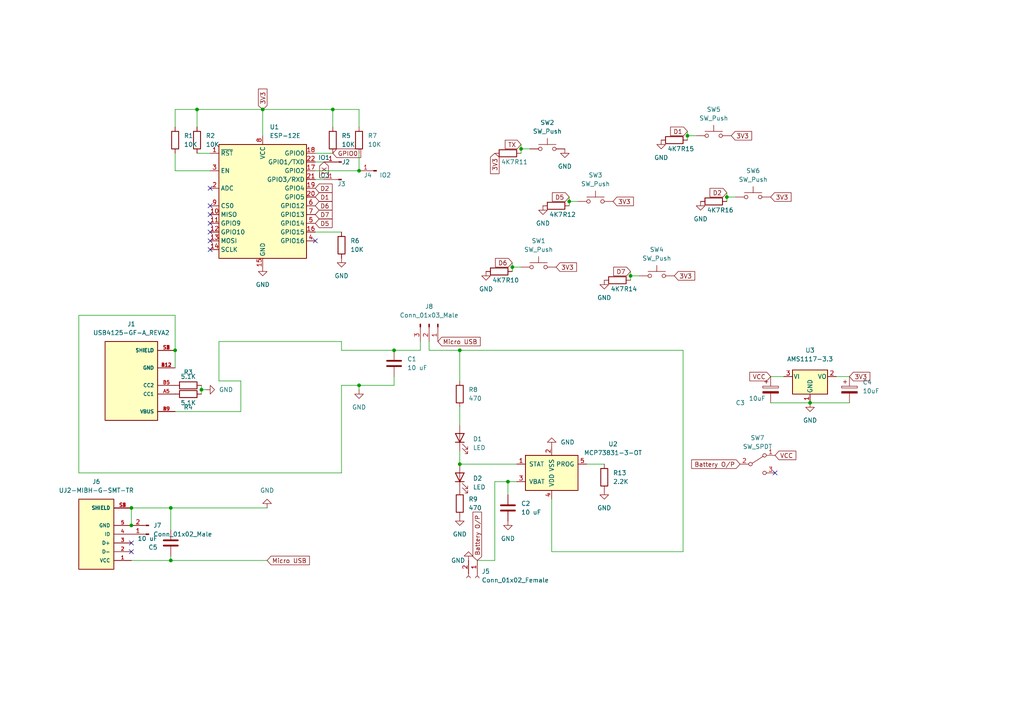
<source format=kicad_sch>
(kicad_sch (version 20211123) (generator eeschema)

  (uuid 18d674b0-97c5-4dd5-a910-cf522053ebc6)

  (paper "A4")

  (lib_symbols
    (symbol "Battery_Management:MCP73831-3-OT" (pin_names (offset 1.016)) (in_bom yes) (on_board yes)
      (property "Reference" "U" (id 0) (at -7.62 6.35 0)
        (effects (font (size 1.27 1.27)) (justify left))
      )
      (property "Value" "MCP73831-3-OT" (id 1) (at 1.27 6.35 0)
        (effects (font (size 1.27 1.27)) (justify left))
      )
      (property "Footprint" "Package_TO_SOT_SMD:SOT-23-5" (id 2) (at 1.27 -6.35 0)
        (effects (font (size 1.27 1.27) italic) (justify left) hide)
      )
      (property "Datasheet" "http://ww1.microchip.com/downloads/en/DeviceDoc/20001984g.pdf" (id 3) (at -3.81 -1.27 0)
        (effects (font (size 1.27 1.27)) hide)
      )
      (property "ki_keywords" "battery charger lithium" (id 4) (at 0 0 0)
        (effects (font (size 1.27 1.27)) hide)
      )
      (property "ki_description" "Single cell, Li-Ion/Li-Po charge management controller, 4.35V, Tri-State Status Output, in SOT23-5 package" (id 5) (at 0 0 0)
        (effects (font (size 1.27 1.27)) hide)
      )
      (property "ki_fp_filters" "SOT?23*" (id 6) (at 0 0 0)
        (effects (font (size 1.27 1.27)) hide)
      )
      (symbol "MCP73831-3-OT_0_1"
        (rectangle (start -7.62 5.08) (end 7.62 -5.08)
          (stroke (width 0.254) (type default) (color 0 0 0 0))
          (fill (type background))
        )
      )
      (symbol "MCP73831-3-OT_1_1"
        (pin output line (at 10.16 -2.54 180) (length 2.54)
          (name "STAT" (effects (font (size 1.27 1.27))))
          (number "1" (effects (font (size 1.27 1.27))))
        )
        (pin power_in line (at 0 -7.62 90) (length 2.54)
          (name "VSS" (effects (font (size 1.27 1.27))))
          (number "2" (effects (font (size 1.27 1.27))))
        )
        (pin power_out line (at 10.16 2.54 180) (length 2.54)
          (name "VBAT" (effects (font (size 1.27 1.27))))
          (number "3" (effects (font (size 1.27 1.27))))
        )
        (pin power_in line (at 0 7.62 270) (length 2.54)
          (name "VDD" (effects (font (size 1.27 1.27))))
          (number "4" (effects (font (size 1.27 1.27))))
        )
        (pin input line (at -10.16 -2.54 0) (length 2.54)
          (name "PROG" (effects (font (size 1.27 1.27))))
          (number "5" (effects (font (size 1.27 1.27))))
        )
      )
    )
    (symbol "Connector:Conn_01x01_Male" (pin_names (offset 1.016) hide) (in_bom yes) (on_board yes)
      (property "Reference" "J" (id 0) (at 0 2.54 0)
        (effects (font (size 1.27 1.27)))
      )
      (property "Value" "Conn_01x01_Male" (id 1) (at 0 -2.54 0)
        (effects (font (size 1.27 1.27)))
      )
      (property "Footprint" "" (id 2) (at 0 0 0)
        (effects (font (size 1.27 1.27)) hide)
      )
      (property "Datasheet" "~" (id 3) (at 0 0 0)
        (effects (font (size 1.27 1.27)) hide)
      )
      (property "ki_keywords" "connector" (id 4) (at 0 0 0)
        (effects (font (size 1.27 1.27)) hide)
      )
      (property "ki_description" "Generic connector, single row, 01x01, script generated (kicad-library-utils/schlib/autogen/connector/)" (id 5) (at 0 0 0)
        (effects (font (size 1.27 1.27)) hide)
      )
      (property "ki_fp_filters" "Connector*:*" (id 6) (at 0 0 0)
        (effects (font (size 1.27 1.27)) hide)
      )
      (symbol "Conn_01x01_Male_1_1"
        (polyline
          (pts
            (xy 1.27 0)
            (xy 0.8636 0)
          )
          (stroke (width 0.1524) (type default) (color 0 0 0 0))
          (fill (type none))
        )
        (rectangle (start 0.8636 0.127) (end 0 -0.127)
          (stroke (width 0.1524) (type default) (color 0 0 0 0))
          (fill (type outline))
        )
        (pin passive line (at 5.08 0 180) (length 3.81)
          (name "Pin_1" (effects (font (size 1.27 1.27))))
          (number "1" (effects (font (size 1.27 1.27))))
        )
      )
    )
    (symbol "Connector:Conn_01x02_Female" (pin_names (offset 1.016) hide) (in_bom yes) (on_board yes)
      (property "Reference" "J" (id 0) (at 0 2.54 0)
        (effects (font (size 1.27 1.27)))
      )
      (property "Value" "Conn_01x02_Female" (id 1) (at 0 -5.08 0)
        (effects (font (size 1.27 1.27)))
      )
      (property "Footprint" "" (id 2) (at 0 0 0)
        (effects (font (size 1.27 1.27)) hide)
      )
      (property "Datasheet" "~" (id 3) (at 0 0 0)
        (effects (font (size 1.27 1.27)) hide)
      )
      (property "ki_keywords" "connector" (id 4) (at 0 0 0)
        (effects (font (size 1.27 1.27)) hide)
      )
      (property "ki_description" "Generic connector, single row, 01x02, script generated (kicad-library-utils/schlib/autogen/connector/)" (id 5) (at 0 0 0)
        (effects (font (size 1.27 1.27)) hide)
      )
      (property "ki_fp_filters" "Connector*:*_1x??_*" (id 6) (at 0 0 0)
        (effects (font (size 1.27 1.27)) hide)
      )
      (symbol "Conn_01x02_Female_1_1"
        (arc (start 0 -2.032) (mid -0.508 -2.54) (end 0 -3.048)
          (stroke (width 0.1524) (type default) (color 0 0 0 0))
          (fill (type none))
        )
        (polyline
          (pts
            (xy -1.27 -2.54)
            (xy -0.508 -2.54)
          )
          (stroke (width 0.1524) (type default) (color 0 0 0 0))
          (fill (type none))
        )
        (polyline
          (pts
            (xy -1.27 0)
            (xy -0.508 0)
          )
          (stroke (width 0.1524) (type default) (color 0 0 0 0))
          (fill (type none))
        )
        (arc (start 0 0.508) (mid -0.508 0) (end 0 -0.508)
          (stroke (width 0.1524) (type default) (color 0 0 0 0))
          (fill (type none))
        )
        (pin passive line (at -5.08 0 0) (length 3.81)
          (name "Pin_1" (effects (font (size 1.27 1.27))))
          (number "1" (effects (font (size 1.27 1.27))))
        )
        (pin passive line (at -5.08 -2.54 0) (length 3.81)
          (name "Pin_2" (effects (font (size 1.27 1.27))))
          (number "2" (effects (font (size 1.27 1.27))))
        )
      )
    )
    (symbol "Connector:Conn_01x02_Male" (pin_names (offset 1.016) hide) (in_bom yes) (on_board yes)
      (property "Reference" "J" (id 0) (at 0 2.54 0)
        (effects (font (size 1.27 1.27)))
      )
      (property "Value" "Conn_01x02_Male" (id 1) (at 0 -5.08 0)
        (effects (font (size 1.27 1.27)))
      )
      (property "Footprint" "" (id 2) (at 0 0 0)
        (effects (font (size 1.27 1.27)) hide)
      )
      (property "Datasheet" "~" (id 3) (at 0 0 0)
        (effects (font (size 1.27 1.27)) hide)
      )
      (property "ki_keywords" "connector" (id 4) (at 0 0 0)
        (effects (font (size 1.27 1.27)) hide)
      )
      (property "ki_description" "Generic connector, single row, 01x02, script generated (kicad-library-utils/schlib/autogen/connector/)" (id 5) (at 0 0 0)
        (effects (font (size 1.27 1.27)) hide)
      )
      (property "ki_fp_filters" "Connector*:*_1x??_*" (id 6) (at 0 0 0)
        (effects (font (size 1.27 1.27)) hide)
      )
      (symbol "Conn_01x02_Male_1_1"
        (polyline
          (pts
            (xy 1.27 -2.54)
            (xy 0.8636 -2.54)
          )
          (stroke (width 0.1524) (type default) (color 0 0 0 0))
          (fill (type none))
        )
        (polyline
          (pts
            (xy 1.27 0)
            (xy 0.8636 0)
          )
          (stroke (width 0.1524) (type default) (color 0 0 0 0))
          (fill (type none))
        )
        (rectangle (start 0.8636 -2.413) (end 0 -2.667)
          (stroke (width 0.1524) (type default) (color 0 0 0 0))
          (fill (type outline))
        )
        (rectangle (start 0.8636 0.127) (end 0 -0.127)
          (stroke (width 0.1524) (type default) (color 0 0 0 0))
          (fill (type outline))
        )
        (pin passive line (at 5.08 0 180) (length 3.81)
          (name "Pin_1" (effects (font (size 1.27 1.27))))
          (number "1" (effects (font (size 1.27 1.27))))
        )
        (pin passive line (at 5.08 -2.54 180) (length 3.81)
          (name "Pin_2" (effects (font (size 1.27 1.27))))
          (number "2" (effects (font (size 1.27 1.27))))
        )
      )
    )
    (symbol "Connector:Conn_01x03_Male" (pin_names (offset 1.016) hide) (in_bom yes) (on_board yes)
      (property "Reference" "J" (id 0) (at 0 5.08 0)
        (effects (font (size 1.27 1.27)))
      )
      (property "Value" "Conn_01x03_Male" (id 1) (at 0 -5.08 0)
        (effects (font (size 1.27 1.27)))
      )
      (property "Footprint" "" (id 2) (at 0 0 0)
        (effects (font (size 1.27 1.27)) hide)
      )
      (property "Datasheet" "~" (id 3) (at 0 0 0)
        (effects (font (size 1.27 1.27)) hide)
      )
      (property "ki_keywords" "connector" (id 4) (at 0 0 0)
        (effects (font (size 1.27 1.27)) hide)
      )
      (property "ki_description" "Generic connector, single row, 01x03, script generated (kicad-library-utils/schlib/autogen/connector/)" (id 5) (at 0 0 0)
        (effects (font (size 1.27 1.27)) hide)
      )
      (property "ki_fp_filters" "Connector*:*_1x??_*" (id 6) (at 0 0 0)
        (effects (font (size 1.27 1.27)) hide)
      )
      (symbol "Conn_01x03_Male_1_1"
        (polyline
          (pts
            (xy 1.27 -2.54)
            (xy 0.8636 -2.54)
          )
          (stroke (width 0.1524) (type default) (color 0 0 0 0))
          (fill (type none))
        )
        (polyline
          (pts
            (xy 1.27 0)
            (xy 0.8636 0)
          )
          (stroke (width 0.1524) (type default) (color 0 0 0 0))
          (fill (type none))
        )
        (polyline
          (pts
            (xy 1.27 2.54)
            (xy 0.8636 2.54)
          )
          (stroke (width 0.1524) (type default) (color 0 0 0 0))
          (fill (type none))
        )
        (rectangle (start 0.8636 -2.413) (end 0 -2.667)
          (stroke (width 0.1524) (type default) (color 0 0 0 0))
          (fill (type outline))
        )
        (rectangle (start 0.8636 0.127) (end 0 -0.127)
          (stroke (width 0.1524) (type default) (color 0 0 0 0))
          (fill (type outline))
        )
        (rectangle (start 0.8636 2.667) (end 0 2.413)
          (stroke (width 0.1524) (type default) (color 0 0 0 0))
          (fill (type outline))
        )
        (pin passive line (at 5.08 2.54 180) (length 3.81)
          (name "Pin_1" (effects (font (size 1.27 1.27))))
          (number "1" (effects (font (size 1.27 1.27))))
        )
        (pin passive line (at 5.08 0 180) (length 3.81)
          (name "Pin_2" (effects (font (size 1.27 1.27))))
          (number "2" (effects (font (size 1.27 1.27))))
        )
        (pin passive line (at 5.08 -2.54 180) (length 3.81)
          (name "Pin_3" (effects (font (size 1.27 1.27))))
          (number "3" (effects (font (size 1.27 1.27))))
        )
      )
    )
    (symbol "Device:C" (pin_numbers hide) (pin_names (offset 0.254)) (in_bom yes) (on_board yes)
      (property "Reference" "C" (id 0) (at 0.635 2.54 0)
        (effects (font (size 1.27 1.27)) (justify left))
      )
      (property "Value" "C" (id 1) (at 0.635 -2.54 0)
        (effects (font (size 1.27 1.27)) (justify left))
      )
      (property "Footprint" "" (id 2) (at 0.9652 -3.81 0)
        (effects (font (size 1.27 1.27)) hide)
      )
      (property "Datasheet" "~" (id 3) (at 0 0 0)
        (effects (font (size 1.27 1.27)) hide)
      )
      (property "ki_keywords" "cap capacitor" (id 4) (at 0 0 0)
        (effects (font (size 1.27 1.27)) hide)
      )
      (property "ki_description" "Unpolarized capacitor" (id 5) (at 0 0 0)
        (effects (font (size 1.27 1.27)) hide)
      )
      (property "ki_fp_filters" "C_*" (id 6) (at 0 0 0)
        (effects (font (size 1.27 1.27)) hide)
      )
      (symbol "C_0_1"
        (polyline
          (pts
            (xy -2.032 -0.762)
            (xy 2.032 -0.762)
          )
          (stroke (width 0.508) (type default) (color 0 0 0 0))
          (fill (type none))
        )
        (polyline
          (pts
            (xy -2.032 0.762)
            (xy 2.032 0.762)
          )
          (stroke (width 0.508) (type default) (color 0 0 0 0))
          (fill (type none))
        )
      )
      (symbol "C_1_1"
        (pin passive line (at 0 3.81 270) (length 2.794)
          (name "~" (effects (font (size 1.27 1.27))))
          (number "1" (effects (font (size 1.27 1.27))))
        )
        (pin passive line (at 0 -3.81 90) (length 2.794)
          (name "~" (effects (font (size 1.27 1.27))))
          (number "2" (effects (font (size 1.27 1.27))))
        )
      )
    )
    (symbol "Device:C_Polarized" (pin_numbers hide) (pin_names (offset 0.254)) (in_bom yes) (on_board yes)
      (property "Reference" "C" (id 0) (at 0.635 2.54 0)
        (effects (font (size 1.27 1.27)) (justify left))
      )
      (property "Value" "C_Polarized" (id 1) (at 0.635 -2.54 0)
        (effects (font (size 1.27 1.27)) (justify left))
      )
      (property "Footprint" "" (id 2) (at 0.9652 -3.81 0)
        (effects (font (size 1.27 1.27)) hide)
      )
      (property "Datasheet" "~" (id 3) (at 0 0 0)
        (effects (font (size 1.27 1.27)) hide)
      )
      (property "ki_keywords" "cap capacitor" (id 4) (at 0 0 0)
        (effects (font (size 1.27 1.27)) hide)
      )
      (property "ki_description" "Polarized capacitor" (id 5) (at 0 0 0)
        (effects (font (size 1.27 1.27)) hide)
      )
      (property "ki_fp_filters" "CP_*" (id 6) (at 0 0 0)
        (effects (font (size 1.27 1.27)) hide)
      )
      (symbol "C_Polarized_0_1"
        (rectangle (start -2.286 0.508) (end 2.286 1.016)
          (stroke (width 0) (type default) (color 0 0 0 0))
          (fill (type none))
        )
        (polyline
          (pts
            (xy -1.778 2.286)
            (xy -0.762 2.286)
          )
          (stroke (width 0) (type default) (color 0 0 0 0))
          (fill (type none))
        )
        (polyline
          (pts
            (xy -1.27 2.794)
            (xy -1.27 1.778)
          )
          (stroke (width 0) (type default) (color 0 0 0 0))
          (fill (type none))
        )
        (rectangle (start 2.286 -0.508) (end -2.286 -1.016)
          (stroke (width 0) (type default) (color 0 0 0 0))
          (fill (type outline))
        )
      )
      (symbol "C_Polarized_1_1"
        (pin passive line (at 0 3.81 270) (length 2.794)
          (name "~" (effects (font (size 1.27 1.27))))
          (number "1" (effects (font (size 1.27 1.27))))
        )
        (pin passive line (at 0 -3.81 90) (length 2.794)
          (name "~" (effects (font (size 1.27 1.27))))
          (number "2" (effects (font (size 1.27 1.27))))
        )
      )
    )
    (symbol "Device:LED" (pin_numbers hide) (pin_names (offset 1.016) hide) (in_bom yes) (on_board yes)
      (property "Reference" "D" (id 0) (at 0 2.54 0)
        (effects (font (size 1.27 1.27)))
      )
      (property "Value" "LED" (id 1) (at 0 -2.54 0)
        (effects (font (size 1.27 1.27)))
      )
      (property "Footprint" "" (id 2) (at 0 0 0)
        (effects (font (size 1.27 1.27)) hide)
      )
      (property "Datasheet" "~" (id 3) (at 0 0 0)
        (effects (font (size 1.27 1.27)) hide)
      )
      (property "ki_keywords" "LED diode" (id 4) (at 0 0 0)
        (effects (font (size 1.27 1.27)) hide)
      )
      (property "ki_description" "Light emitting diode" (id 5) (at 0 0 0)
        (effects (font (size 1.27 1.27)) hide)
      )
      (property "ki_fp_filters" "LED* LED_SMD:* LED_THT:*" (id 6) (at 0 0 0)
        (effects (font (size 1.27 1.27)) hide)
      )
      (symbol "LED_0_1"
        (polyline
          (pts
            (xy -1.27 -1.27)
            (xy -1.27 1.27)
          )
          (stroke (width 0.254) (type default) (color 0 0 0 0))
          (fill (type none))
        )
        (polyline
          (pts
            (xy -1.27 0)
            (xy 1.27 0)
          )
          (stroke (width 0) (type default) (color 0 0 0 0))
          (fill (type none))
        )
        (polyline
          (pts
            (xy 1.27 -1.27)
            (xy 1.27 1.27)
            (xy -1.27 0)
            (xy 1.27 -1.27)
          )
          (stroke (width 0.254) (type default) (color 0 0 0 0))
          (fill (type none))
        )
        (polyline
          (pts
            (xy -3.048 -0.762)
            (xy -4.572 -2.286)
            (xy -3.81 -2.286)
            (xy -4.572 -2.286)
            (xy -4.572 -1.524)
          )
          (stroke (width 0) (type default) (color 0 0 0 0))
          (fill (type none))
        )
        (polyline
          (pts
            (xy -1.778 -0.762)
            (xy -3.302 -2.286)
            (xy -2.54 -2.286)
            (xy -3.302 -2.286)
            (xy -3.302 -1.524)
          )
          (stroke (width 0) (type default) (color 0 0 0 0))
          (fill (type none))
        )
      )
      (symbol "LED_1_1"
        (pin passive line (at -3.81 0 0) (length 2.54)
          (name "K" (effects (font (size 1.27 1.27))))
          (number "1" (effects (font (size 1.27 1.27))))
        )
        (pin passive line (at 3.81 0 180) (length 2.54)
          (name "A" (effects (font (size 1.27 1.27))))
          (number "2" (effects (font (size 1.27 1.27))))
        )
      )
    )
    (symbol "Device:R" (pin_numbers hide) (pin_names (offset 0)) (in_bom yes) (on_board yes)
      (property "Reference" "R" (id 0) (at 2.032 0 90)
        (effects (font (size 1.27 1.27)))
      )
      (property "Value" "R" (id 1) (at 0 0 90)
        (effects (font (size 1.27 1.27)))
      )
      (property "Footprint" "" (id 2) (at -1.778 0 90)
        (effects (font (size 1.27 1.27)) hide)
      )
      (property "Datasheet" "~" (id 3) (at 0 0 0)
        (effects (font (size 1.27 1.27)) hide)
      )
      (property "ki_keywords" "R res resistor" (id 4) (at 0 0 0)
        (effects (font (size 1.27 1.27)) hide)
      )
      (property "ki_description" "Resistor" (id 5) (at 0 0 0)
        (effects (font (size 1.27 1.27)) hide)
      )
      (property "ki_fp_filters" "R_*" (id 6) (at 0 0 0)
        (effects (font (size 1.27 1.27)) hide)
      )
      (symbol "R_0_1"
        (rectangle (start -1.016 -2.54) (end 1.016 2.54)
          (stroke (width 0.254) (type default) (color 0 0 0 0))
          (fill (type none))
        )
      )
      (symbol "R_1_1"
        (pin passive line (at 0 3.81 270) (length 1.27)
          (name "~" (effects (font (size 1.27 1.27))))
          (number "1" (effects (font (size 1.27 1.27))))
        )
        (pin passive line (at 0 -3.81 90) (length 1.27)
          (name "~" (effects (font (size 1.27 1.27))))
          (number "2" (effects (font (size 1.27 1.27))))
        )
      )
    )
    (symbol "RF_Module:ESP-12E" (in_bom yes) (on_board yes)
      (property "Reference" "U" (id 0) (at -12.7 19.05 0)
        (effects (font (size 1.27 1.27)) (justify left))
      )
      (property "Value" "ESP-12E" (id 1) (at 12.7 19.05 0)
        (effects (font (size 1.27 1.27)) (justify right))
      )
      (property "Footprint" "RF_Module:ESP-12E" (id 2) (at 0 0 0)
        (effects (font (size 1.27 1.27)) hide)
      )
      (property "Datasheet" "http://wiki.ai-thinker.com/_media/esp8266/esp8266_series_modules_user_manual_v1.1.pdf" (id 3) (at -8.89 2.54 0)
        (effects (font (size 1.27 1.27)) hide)
      )
      (property "ki_keywords" "802.11 Wi-Fi" (id 4) (at 0 0 0)
        (effects (font (size 1.27 1.27)) hide)
      )
      (property "ki_description" "802.11 b/g/n Wi-Fi Module" (id 5) (at 0 0 0)
        (effects (font (size 1.27 1.27)) hide)
      )
      (property "ki_fp_filters" "ESP?12*" (id 6) (at 0 0 0)
        (effects (font (size 1.27 1.27)) hide)
      )
      (symbol "ESP-12E_0_1"
        (rectangle (start -12.7 17.78) (end 12.7 -15.24)
          (stroke (width 0.254) (type default) (color 0 0 0 0))
          (fill (type background))
        )
      )
      (symbol "ESP-12E_1_1"
        (pin input line (at -15.24 15.24 0) (length 2.54)
          (name "~{RST}" (effects (font (size 1.27 1.27))))
          (number "1" (effects (font (size 1.27 1.27))))
        )
        (pin bidirectional line (at -15.24 -2.54 0) (length 2.54)
          (name "MISO" (effects (font (size 1.27 1.27))))
          (number "10" (effects (font (size 1.27 1.27))))
        )
        (pin bidirectional line (at -15.24 -5.08 0) (length 2.54)
          (name "GPIO9" (effects (font (size 1.27 1.27))))
          (number "11" (effects (font (size 1.27 1.27))))
        )
        (pin bidirectional line (at -15.24 -7.62 0) (length 2.54)
          (name "GPIO10" (effects (font (size 1.27 1.27))))
          (number "12" (effects (font (size 1.27 1.27))))
        )
        (pin bidirectional line (at -15.24 -10.16 0) (length 2.54)
          (name "MOSI" (effects (font (size 1.27 1.27))))
          (number "13" (effects (font (size 1.27 1.27))))
        )
        (pin bidirectional line (at -15.24 -12.7 0) (length 2.54)
          (name "SCLK" (effects (font (size 1.27 1.27))))
          (number "14" (effects (font (size 1.27 1.27))))
        )
        (pin power_in line (at 0 -17.78 90) (length 2.54)
          (name "GND" (effects (font (size 1.27 1.27))))
          (number "15" (effects (font (size 1.27 1.27))))
        )
        (pin bidirectional line (at 15.24 -7.62 180) (length 2.54)
          (name "GPIO15" (effects (font (size 1.27 1.27))))
          (number "16" (effects (font (size 1.27 1.27))))
        )
        (pin bidirectional line (at 15.24 10.16 180) (length 2.54)
          (name "GPIO2" (effects (font (size 1.27 1.27))))
          (number "17" (effects (font (size 1.27 1.27))))
        )
        (pin bidirectional line (at 15.24 15.24 180) (length 2.54)
          (name "GPIO0" (effects (font (size 1.27 1.27))))
          (number "18" (effects (font (size 1.27 1.27))))
        )
        (pin bidirectional line (at 15.24 5.08 180) (length 2.54)
          (name "GPIO4" (effects (font (size 1.27 1.27))))
          (number "19" (effects (font (size 1.27 1.27))))
        )
        (pin input line (at -15.24 5.08 0) (length 2.54)
          (name "ADC" (effects (font (size 1.27 1.27))))
          (number "2" (effects (font (size 1.27 1.27))))
        )
        (pin bidirectional line (at 15.24 2.54 180) (length 2.54)
          (name "GPIO5" (effects (font (size 1.27 1.27))))
          (number "20" (effects (font (size 1.27 1.27))))
        )
        (pin bidirectional line (at 15.24 7.62 180) (length 2.54)
          (name "GPIO3/RXD" (effects (font (size 1.27 1.27))))
          (number "21" (effects (font (size 1.27 1.27))))
        )
        (pin bidirectional line (at 15.24 12.7 180) (length 2.54)
          (name "GPIO1/TXD" (effects (font (size 1.27 1.27))))
          (number "22" (effects (font (size 1.27 1.27))))
        )
        (pin input line (at -15.24 10.16 0) (length 2.54)
          (name "EN" (effects (font (size 1.27 1.27))))
          (number "3" (effects (font (size 1.27 1.27))))
        )
        (pin bidirectional line (at 15.24 -10.16 180) (length 2.54)
          (name "GPIO16" (effects (font (size 1.27 1.27))))
          (number "4" (effects (font (size 1.27 1.27))))
        )
        (pin bidirectional line (at 15.24 -5.08 180) (length 2.54)
          (name "GPIO14" (effects (font (size 1.27 1.27))))
          (number "5" (effects (font (size 1.27 1.27))))
        )
        (pin bidirectional line (at 15.24 0 180) (length 2.54)
          (name "GPIO12" (effects (font (size 1.27 1.27))))
          (number "6" (effects (font (size 1.27 1.27))))
        )
        (pin bidirectional line (at 15.24 -2.54 180) (length 2.54)
          (name "GPIO13" (effects (font (size 1.27 1.27))))
          (number "7" (effects (font (size 1.27 1.27))))
        )
        (pin power_in line (at 0 20.32 270) (length 2.54)
          (name "VCC" (effects (font (size 1.27 1.27))))
          (number "8" (effects (font (size 1.27 1.27))))
        )
        (pin input line (at -15.24 0 0) (length 2.54)
          (name "CS0" (effects (font (size 1.27 1.27))))
          (number "9" (effects (font (size 1.27 1.27))))
        )
      )
    )
    (symbol "Regulator_Linear:AMS1117-3.3" (pin_names (offset 0.254)) (in_bom yes) (on_board yes)
      (property "Reference" "U" (id 0) (at -3.81 3.175 0)
        (effects (font (size 1.27 1.27)))
      )
      (property "Value" "AMS1117-3.3" (id 1) (at 0 3.175 0)
        (effects (font (size 1.27 1.27)) (justify left))
      )
      (property "Footprint" "Package_TO_SOT_SMD:SOT-223-3_TabPin2" (id 2) (at 0 5.08 0)
        (effects (font (size 1.27 1.27)) hide)
      )
      (property "Datasheet" "http://www.advanced-monolithic.com/pdf/ds1117.pdf" (id 3) (at 2.54 -6.35 0)
        (effects (font (size 1.27 1.27)) hide)
      )
      (property "ki_keywords" "linear regulator ldo fixed positive" (id 4) (at 0 0 0)
        (effects (font (size 1.27 1.27)) hide)
      )
      (property "ki_description" "1A Low Dropout regulator, positive, 3.3V fixed output, SOT-223" (id 5) (at 0 0 0)
        (effects (font (size 1.27 1.27)) hide)
      )
      (property "ki_fp_filters" "SOT?223*TabPin2*" (id 6) (at 0 0 0)
        (effects (font (size 1.27 1.27)) hide)
      )
      (symbol "AMS1117-3.3_0_1"
        (rectangle (start -5.08 -5.08) (end 5.08 1.905)
          (stroke (width 0.254) (type default) (color 0 0 0 0))
          (fill (type background))
        )
      )
      (symbol "AMS1117-3.3_1_1"
        (pin power_in line (at 0 -7.62 90) (length 2.54)
          (name "GND" (effects (font (size 1.27 1.27))))
          (number "1" (effects (font (size 1.27 1.27))))
        )
        (pin power_out line (at 7.62 0 180) (length 2.54)
          (name "VO" (effects (font (size 1.27 1.27))))
          (number "2" (effects (font (size 1.27 1.27))))
        )
        (pin power_in line (at -7.62 0 0) (length 2.54)
          (name "VI" (effects (font (size 1.27 1.27))))
          (number "3" (effects (font (size 1.27 1.27))))
        )
      )
    )
    (symbol "Switch:SW_Push" (pin_numbers hide) (pin_names (offset 1.016) hide) (in_bom yes) (on_board yes)
      (property "Reference" "SW" (id 0) (at 1.27 2.54 0)
        (effects (font (size 1.27 1.27)) (justify left))
      )
      (property "Value" "SW_Push" (id 1) (at 0 -1.524 0)
        (effects (font (size 1.27 1.27)))
      )
      (property "Footprint" "" (id 2) (at 0 5.08 0)
        (effects (font (size 1.27 1.27)) hide)
      )
      (property "Datasheet" "~" (id 3) (at 0 5.08 0)
        (effects (font (size 1.27 1.27)) hide)
      )
      (property "ki_keywords" "switch normally-open pushbutton push-button" (id 4) (at 0 0 0)
        (effects (font (size 1.27 1.27)) hide)
      )
      (property "ki_description" "Push button switch, generic, two pins" (id 5) (at 0 0 0)
        (effects (font (size 1.27 1.27)) hide)
      )
      (symbol "SW_Push_0_1"
        (circle (center -2.032 0) (radius 0.508)
          (stroke (width 0) (type default) (color 0 0 0 0))
          (fill (type none))
        )
        (polyline
          (pts
            (xy 0 1.27)
            (xy 0 3.048)
          )
          (stroke (width 0) (type default) (color 0 0 0 0))
          (fill (type none))
        )
        (polyline
          (pts
            (xy 2.54 1.27)
            (xy -2.54 1.27)
          )
          (stroke (width 0) (type default) (color 0 0 0 0))
          (fill (type none))
        )
        (circle (center 2.032 0) (radius 0.508)
          (stroke (width 0) (type default) (color 0 0 0 0))
          (fill (type none))
        )
        (pin passive line (at -5.08 0 0) (length 2.54)
          (name "1" (effects (font (size 1.27 1.27))))
          (number "1" (effects (font (size 1.27 1.27))))
        )
        (pin passive line (at 5.08 0 180) (length 2.54)
          (name "2" (effects (font (size 1.27 1.27))))
          (number "2" (effects (font (size 1.27 1.27))))
        )
      )
    )
    (symbol "Switch:SW_SPDT" (pin_names (offset 0) hide) (in_bom yes) (on_board yes)
      (property "Reference" "SW" (id 0) (at 0 4.318 0)
        (effects (font (size 1.27 1.27)))
      )
      (property "Value" "SW_SPDT" (id 1) (at 0 -5.08 0)
        (effects (font (size 1.27 1.27)))
      )
      (property "Footprint" "" (id 2) (at 0 0 0)
        (effects (font (size 1.27 1.27)) hide)
      )
      (property "Datasheet" "~" (id 3) (at 0 0 0)
        (effects (font (size 1.27 1.27)) hide)
      )
      (property "ki_keywords" "switch single-pole double-throw spdt ON-ON" (id 4) (at 0 0 0)
        (effects (font (size 1.27 1.27)) hide)
      )
      (property "ki_description" "Switch, single pole double throw" (id 5) (at 0 0 0)
        (effects (font (size 1.27 1.27)) hide)
      )
      (symbol "SW_SPDT_0_0"
        (circle (center -2.032 0) (radius 0.508)
          (stroke (width 0) (type default) (color 0 0 0 0))
          (fill (type none))
        )
        (circle (center 2.032 -2.54) (radius 0.508)
          (stroke (width 0) (type default) (color 0 0 0 0))
          (fill (type none))
        )
      )
      (symbol "SW_SPDT_0_1"
        (polyline
          (pts
            (xy -1.524 0.254)
            (xy 1.651 2.286)
          )
          (stroke (width 0) (type default) (color 0 0 0 0))
          (fill (type none))
        )
        (circle (center 2.032 2.54) (radius 0.508)
          (stroke (width 0) (type default) (color 0 0 0 0))
          (fill (type none))
        )
      )
      (symbol "SW_SPDT_1_1"
        (pin passive line (at 5.08 2.54 180) (length 2.54)
          (name "A" (effects (font (size 1.27 1.27))))
          (number "1" (effects (font (size 1.27 1.27))))
        )
        (pin passive line (at -5.08 0 0) (length 2.54)
          (name "B" (effects (font (size 1.27 1.27))))
          (number "2" (effects (font (size 1.27 1.27))))
        )
        (pin passive line (at 5.08 -2.54 180) (length 2.54)
          (name "C" (effects (font (size 1.27 1.27))))
          (number "3" (effects (font (size 1.27 1.27))))
        )
      )
    )
    (symbol "UJ2-MIBH-G-SMT-TR:UJ2-MIBH-G-SMT-TR" (pin_names (offset 1.016)) (in_bom yes) (on_board yes)
      (property "Reference" "J" (id 0) (at -5.08 11.43 0)
        (effects (font (size 1.27 1.27)) (justify left bottom))
      )
      (property "Value" "UJ2-MIBH-G-SMT-TR" (id 1) (at -5.08 -12.7 0)
        (effects (font (size 1.27 1.27)) (justify left bottom))
      )
      (property "Footprint" "CUI_UJ2-MIBH-G-SMT-TR" (id 2) (at 0 0 0)
        (effects (font (size 1.27 1.27)) (justify left bottom) hide)
      )
      (property "Datasheet" "" (id 3) (at 0 0 0)
        (effects (font (size 1.27 1.27)) (justify left bottom) hide)
      )
      (property "MANUFACTURER" "CUI" (id 4) (at 0 0 0)
        (effects (font (size 1.27 1.27)) (justify left bottom) hide)
      )
      (property "MAXIMUM_PACKAGE_HEIGHT" "2.95 mm" (id 5) (at 0 0 0)
        (effects (font (size 1.27 1.27)) (justify left bottom) hide)
      )
      (property "STANDARD" "Manufacturer Recommendations" (id 6) (at 0 0 0)
        (effects (font (size 1.27 1.27)) (justify left bottom) hide)
      )
      (property "PARTREV" "1.0" (id 7) (at 0 0 0)
        (effects (font (size 1.27 1.27)) (justify left bottom) hide)
      )
      (property "ki_locked" "" (id 8) (at 0 0 0)
        (effects (font (size 1.27 1.27)))
      )
      (symbol "UJ2-MIBH-G-SMT-TR_0_0"
        (rectangle (start -5.08 -10.16) (end 5.08 10.16)
          (stroke (width 0.254) (type default) (color 0 0 0 0))
          (fill (type background))
        )
        (pin power_in line (at -10.16 7.62 0) (length 5.08)
          (name "VCC" (effects (font (size 1.016 1.016))))
          (number "1" (effects (font (size 1.016 1.016))))
        )
        (pin bidirectional line (at -10.16 5.08 0) (length 5.08)
          (name "D-" (effects (font (size 1.016 1.016))))
          (number "2" (effects (font (size 1.016 1.016))))
        )
        (pin bidirectional line (at -10.16 2.54 0) (length 5.08)
          (name "D+" (effects (font (size 1.016 1.016))))
          (number "3" (effects (font (size 1.016 1.016))))
        )
        (pin bidirectional line (at -10.16 0 0) (length 5.08)
          (name "ID" (effects (font (size 1.016 1.016))))
          (number "4" (effects (font (size 1.016 1.016))))
        )
        (pin power_in line (at -10.16 -2.54 0) (length 5.08)
          (name "GND" (effects (font (size 1.016 1.016))))
          (number "5" (effects (font (size 1.016 1.016))))
        )
        (pin passive line (at -10.16 -7.62 0) (length 5.08)
          (name "SHIELD" (effects (font (size 1.016 1.016))))
          (number "S1" (effects (font (size 1.016 1.016))))
        )
        (pin passive line (at -10.16 -7.62 0) (length 5.08)
          (name "SHIELD" (effects (font (size 1.016 1.016))))
          (number "S2" (effects (font (size 1.016 1.016))))
        )
        (pin passive line (at -10.16 -7.62 0) (length 5.08)
          (name "SHIELD" (effects (font (size 1.016 1.016))))
          (number "S3" (effects (font (size 1.016 1.016))))
        )
        (pin passive line (at -10.16 -7.62 0) (length 5.08)
          (name "SHIELD" (effects (font (size 1.016 1.016))))
          (number "S4" (effects (font (size 1.016 1.016))))
        )
      )
    )
    (symbol "USB4125-GF-A_REVA2:USB4125-GF-A_REVA2" (pin_names (offset 1.016)) (in_bom yes) (on_board yes)
      (property "Reference" "J" (id 0) (at -7.62 10.922 0)
        (effects (font (size 1.27 1.27)) (justify left bottom))
      )
      (property "Value" "USB4125-GF-A_REVA2" (id 1) (at -7.62 -13.462 0)
        (effects (font (size 1.27 1.27)) (justify left bottom))
      )
      (property "Footprint" "GCT_USB4125-GF-A_REVA2" (id 2) (at 0 0 0)
        (effects (font (size 1.27 1.27)) (justify left bottom) hide)
      )
      (property "Datasheet" "" (id 3) (at 0 0 0)
        (effects (font (size 1.27 1.27)) (justify left bottom) hide)
      )
      (property "STANDARD" "Manufacturer Recommendations" (id 4) (at 0 0 0)
        (effects (font (size 1.27 1.27)) (justify left bottom) hide)
      )
      (property "PARTREV" "Rev A2" (id 5) (at 0 0 0)
        (effects (font (size 1.27 1.27)) (justify left bottom) hide)
      )
      (property "MANUFACTURER" "GCT" (id 6) (at 0 0 0)
        (effects (font (size 1.27 1.27)) (justify left bottom) hide)
      )
      (property "MAXIMUM_PACKAGE_HEIGHT" "3.16 mm" (id 7) (at 0 0 0)
        (effects (font (size 1.27 1.27)) (justify left bottom) hide)
      )
      (property "ki_locked" "" (id 8) (at 0 0 0)
        (effects (font (size 1.27 1.27)))
      )
      (symbol "USB4125-GF-A_REVA2_0_0"
        (rectangle (start -7.62 -12.7) (end 7.62 10.16)
          (stroke (width 0.254) (type default) (color 0 0 0 0))
          (fill (type background))
        )
        (pin power_in line (at -12.7 -5.08 0) (length 5.08)
          (name "GND" (effects (font (size 1.016 1.016))))
          (number "A12" (effects (font (size 1.016 1.016))))
        )
        (pin bidirectional line (at -12.7 2.54 0) (length 5.08)
          (name "CC1" (effects (font (size 1.016 1.016))))
          (number "A5" (effects (font (size 1.016 1.016))))
        )
        (pin power_in line (at -12.7 7.62 0) (length 5.08)
          (name "VBUS" (effects (font (size 1.016 1.016))))
          (number "A9" (effects (font (size 1.016 1.016))))
        )
        (pin power_in line (at -12.7 -5.08 0) (length 5.08)
          (name "GND" (effects (font (size 1.016 1.016))))
          (number "B12" (effects (font (size 1.016 1.016))))
        )
        (pin bidirectional line (at -12.7 0 0) (length 5.08)
          (name "CC2" (effects (font (size 1.016 1.016))))
          (number "B5" (effects (font (size 1.016 1.016))))
        )
        (pin power_in line (at -12.7 7.62 0) (length 5.08)
          (name "VBUS" (effects (font (size 1.016 1.016))))
          (number "B9" (effects (font (size 1.016 1.016))))
        )
        (pin passive line (at -12.7 -10.16 0) (length 5.08)
          (name "SHIELD" (effects (font (size 1.016 1.016))))
          (number "S1" (effects (font (size 1.016 1.016))))
        )
        (pin passive line (at -12.7 -10.16 0) (length 5.08)
          (name "SHIELD" (effects (font (size 1.016 1.016))))
          (number "S2" (effects (font (size 1.016 1.016))))
        )
        (pin passive line (at -12.7 -10.16 0) (length 5.08)
          (name "SHIELD" (effects (font (size 1.016 1.016))))
          (number "S3" (effects (font (size 1.016 1.016))))
        )
        (pin passive line (at -12.7 -10.16 0) (length 5.08)
          (name "SHIELD" (effects (font (size 1.016 1.016))))
          (number "S4" (effects (font (size 1.016 1.016))))
        )
      )
    )
    (symbol "power:GND" (power) (pin_names (offset 0)) (in_bom yes) (on_board yes)
      (property "Reference" "#PWR" (id 0) (at 0 -6.35 0)
        (effects (font (size 1.27 1.27)) hide)
      )
      (property "Value" "GND" (id 1) (at 0 -3.81 0)
        (effects (font (size 1.27 1.27)))
      )
      (property "Footprint" "" (id 2) (at 0 0 0)
        (effects (font (size 1.27 1.27)) hide)
      )
      (property "Datasheet" "" (id 3) (at 0 0 0)
        (effects (font (size 1.27 1.27)) hide)
      )
      (property "ki_keywords" "power-flag" (id 4) (at 0 0 0)
        (effects (font (size 1.27 1.27)) hide)
      )
      (property "ki_description" "Power symbol creates a global label with name \"GND\" , ground" (id 5) (at 0 0 0)
        (effects (font (size 1.27 1.27)) hide)
      )
      (symbol "GND_0_1"
        (polyline
          (pts
            (xy 0 0)
            (xy 0 -1.27)
            (xy 1.27 -1.27)
            (xy 0 -2.54)
            (xy -1.27 -1.27)
            (xy 0 -1.27)
          )
          (stroke (width 0) (type default) (color 0 0 0 0))
          (fill (type none))
        )
      )
      (symbol "GND_1_1"
        (pin power_in line (at 0 0 270) (length 0) hide
          (name "GND" (effects (font (size 1.27 1.27))))
          (number "1" (effects (font (size 1.27 1.27))))
        )
      )
    )
  )


  (junction (at 151.13 43.18) (diameter 0) (color 0 0 0 0)
    (uuid 320defa9-f9fb-49eb-994c-d28d41d7c930)
  )
  (junction (at 104.14 49.53) (diameter 0) (color 0 0 0 0)
    (uuid 4319ddca-be81-4884-b5db-ba2b2259c51d)
  )
  (junction (at 50.8 101.6) (diameter 0) (color 0 0 0 0)
    (uuid 440b7fa8-1d14-4163-b827-ef765568c17c)
  )
  (junction (at 234.95 116.84) (diameter 0) (color 0 0 0 0)
    (uuid 4c31b947-39a5-4422-99d5-27588cf54b25)
  )
  (junction (at 147.32 139.7) (diameter 0) (color 0 0 0 0)
    (uuid 56b1e47f-37bc-4948-a62c-5c089a30cd26)
  )
  (junction (at 58.42 113.03) (diameter 0) (color 0 0 0 0)
    (uuid 5ce88708-9e04-42b4-a77b-178305b56bec)
  )
  (junction (at 38.1 152.4) (diameter 0) (color 0 0 0 0)
    (uuid 5d38e75b-a7b3-485d-9ff1-31601d20408a)
  )
  (junction (at 96.52 31.75) (diameter 0) (color 0 0 0 0)
    (uuid 698f67e4-cf50-493c-a71b-6873b876746a)
  )
  (junction (at 182.88 80.01) (diameter 0) (color 0 0 0 0)
    (uuid 6a6ea704-c913-452b-ae03-71d7a1dc90e2)
  )
  (junction (at 210.82 57.15) (diameter 0) (color 0 0 0 0)
    (uuid 6fc4a545-4909-4c0f-ba95-65057c294c0f)
  )
  (junction (at 38.1 147.32) (diameter 0) (color 0 0 0 0)
    (uuid 805946da-613b-4e7a-840d-91a27baae380)
  )
  (junction (at 57.15 31.75) (diameter 0) (color 0 0 0 0)
    (uuid 9868690b-03d8-4620-9b77-f4027558f6de)
  )
  (junction (at 133.35 134.62) (diameter 0) (color 0 0 0 0)
    (uuid 9a2f64f0-fd9f-4b3a-ad94-68d7b99770b0)
  )
  (junction (at 114.3 101.6) (diameter 0) (color 0 0 0 0)
    (uuid af317c2d-e91e-4ce0-aa17-df29f7f73d41)
  )
  (junction (at 133.35 101.6) (diameter 0) (color 0 0 0 0)
    (uuid b3a7c4bc-3fe8-46de-b2c2-1ab425d9269c)
  )
  (junction (at 104.14 111.76) (diameter 0) (color 0 0 0 0)
    (uuid c4d5c747-fcea-4a15-909c-192b3a614633)
  )
  (junction (at 49.53 147.32) (diameter 0) (color 0 0 0 0)
    (uuid c76a518f-6987-4134-b14b-7c64b299a4a0)
  )
  (junction (at 76.2 31.75) (diameter 0) (color 0 0 0 0)
    (uuid c96f50f0-c368-4aa9-b24b-55105085fad8)
  )
  (junction (at 148.59 77.47) (diameter 0) (color 0 0 0 0)
    (uuid dde2add4-f7c7-4b70-9483-f6b531ee3d4a)
  )
  (junction (at 49.53 162.56) (diameter 0) (color 0 0 0 0)
    (uuid f5f00ff8-6cd3-4566-a6bd-67db6a6dab62)
  )
  (junction (at 199.39 39.37) (diameter 0) (color 0 0 0 0)
    (uuid fa6cd80e-f633-49ca-84ca-d08888f59256)
  )
  (junction (at 165.1 58.42) (diameter 0) (color 0 0 0 0)
    (uuid fb81036a-dac5-45dc-936e-ef29cf6d611f)
  )

  (no_connect (at 60.96 69.85) (uuid 06b84839-b59d-4ece-a7c9-a800ae513a72))
  (no_connect (at 60.96 72.39) (uuid 0bcb1c39-00b1-42f0-8452-af50acd8a1ab))
  (no_connect (at 60.96 54.61) (uuid 15b7e91a-3680-404a-aea5-80289aee66a0))
  (no_connect (at 91.44 69.85) (uuid 3639f4df-ba46-49fa-ac4b-d828264be00f))
  (no_connect (at 60.96 59.69) (uuid 53488088-e254-4b4c-ad31-69ad11263bbd))
  (no_connect (at 224.79 137.16) (uuid 5656fb67-c8c6-4a4d-a013-032fb2b6998a))
  (no_connect (at 60.96 64.77) (uuid 5c4ddee1-8601-472b-aab4-a9fba01249fe))
  (no_connect (at 60.96 67.31) (uuid a89cfde5-36c4-4e5a-9162-23e34110362f))
  (no_connect (at 38.1 160.02) (uuid b2e3ac66-520f-4296-ad18-b2edcf445b29))
  (no_connect (at 38.1 157.48) (uuid b2e3ac66-520f-4296-ad18-b2edcf445b2a))
  (no_connect (at 60.96 62.23) (uuid b43c02a3-fca4-4c32-bef9-d62db21c17d8))

  (wire (pts (xy 76.2 31.75) (xy 57.15 31.75))
    (stroke (width 0) (type default) (color 0 0 0 0))
    (uuid 059ff565-7d53-4e34-afac-f02533a21fe1)
  )
  (wire (pts (xy 91.44 67.31) (xy 99.06 67.31))
    (stroke (width 0) (type default) (color 0 0 0 0))
    (uuid 05a1133d-8b1b-4912-9528-0572c07487a0)
  )
  (wire (pts (xy 104.14 111.76) (xy 114.3 111.76))
    (stroke (width 0) (type default) (color 0 0 0 0))
    (uuid 06d06abd-3691-4afb-b80d-69323290b492)
  )
  (wire (pts (xy 49.53 153.67) (xy 49.53 147.32))
    (stroke (width 0) (type default) (color 0 0 0 0))
    (uuid 07069ee1-e67e-47ea-87d9-745e87de72aa)
  )
  (wire (pts (xy 124.46 99.06) (xy 124.46 101.6))
    (stroke (width 0) (type default) (color 0 0 0 0))
    (uuid 10262946-e698-4d8d-8317-0a70308f41c7)
  )
  (wire (pts (xy 199.39 39.37) (xy 201.93 39.37))
    (stroke (width 0) (type default) (color 0 0 0 0))
    (uuid 1175446e-7ad4-499d-adb3-468308af7ab2)
  )
  (wire (pts (xy 99.06 99.06) (xy 99.06 101.6))
    (stroke (width 0) (type default) (color 0 0 0 0))
    (uuid 12e00620-6472-4953-9f20-ef58851e24f1)
  )
  (wire (pts (xy 223.52 109.22) (xy 227.33 109.22))
    (stroke (width 0) (type default) (color 0 0 0 0))
    (uuid 13c55e8a-909f-4285-88cb-1d2d6cea06ed)
  )
  (wire (pts (xy 57.15 44.45) (xy 60.96 44.45))
    (stroke (width 0) (type default) (color 0 0 0 0))
    (uuid 13ec88e0-3442-4751-8d9c-c361b725e471)
  )
  (wire (pts (xy 77.47 162.56) (xy 49.53 162.56))
    (stroke (width 0) (type default) (color 0 0 0 0))
    (uuid 14f27a64-3895-479a-8b58-0cd4a0dbdc67)
  )
  (wire (pts (xy 148.59 76.2) (xy 148.59 77.47))
    (stroke (width 0) (type default) (color 0 0 0 0))
    (uuid 16241f15-4193-4cfe-b4df-5b318b411fac)
  )
  (wire (pts (xy 121.92 101.6) (xy 121.92 99.06))
    (stroke (width 0) (type default) (color 0 0 0 0))
    (uuid 17a7aa23-34b4-4fb2-90c3-7e673c7204ac)
  )
  (wire (pts (xy 22.86 137.16) (xy 99.06 137.16))
    (stroke (width 0) (type default) (color 0 0 0 0))
    (uuid 183afce9-5c7c-4396-8070-8bdf6238d496)
  )
  (wire (pts (xy 99.06 137.16) (xy 99.06 111.76))
    (stroke (width 0) (type default) (color 0 0 0 0))
    (uuid 199e5733-ee23-4d9e-9a22-5969b2f3d855)
  )
  (wire (pts (xy 57.15 31.75) (xy 57.15 36.83))
    (stroke (width 0) (type default) (color 0 0 0 0))
    (uuid 1c54c983-c171-48a0-98f9-f8f9b80ba927)
  )
  (wire (pts (xy 63.5 110.49) (xy 69.85 110.49))
    (stroke (width 0) (type default) (color 0 0 0 0))
    (uuid 1eb39c11-6c69-444a-a0a7-da9fb4fb739f)
  )
  (wire (pts (xy 22.86 91.44) (xy 50.8 91.44))
    (stroke (width 0) (type default) (color 0 0 0 0))
    (uuid 20182af9-54c1-4d7b-85bc-1d65cc39223b)
  )
  (wire (pts (xy 165.1 57.15) (xy 165.1 58.42))
    (stroke (width 0) (type default) (color 0 0 0 0))
    (uuid 2468d453-2172-4dfc-a51e-5d2d59b54cd2)
  )
  (wire (pts (xy 63.5 99.06) (xy 99.06 99.06))
    (stroke (width 0) (type default) (color 0 0 0 0))
    (uuid 274a7f9c-2e5e-4ded-aa25-3e28ec28526e)
  )
  (wire (pts (xy 198.12 160.02) (xy 160.02 160.02))
    (stroke (width 0) (type default) (color 0 0 0 0))
    (uuid 34722d95-a568-4047-a197-5715ff058f6e)
  )
  (wire (pts (xy 58.42 113.03) (xy 58.42 114.3))
    (stroke (width 0) (type default) (color 0 0 0 0))
    (uuid 36a60660-a722-43ef-bdba-0427a55928cf)
  )
  (wire (pts (xy 50.8 44.45) (xy 50.8 49.53))
    (stroke (width 0) (type default) (color 0 0 0 0))
    (uuid 3988f254-59f8-47e5-bd99-9a35aefc9852)
  )
  (wire (pts (xy 96.52 31.75) (xy 96.52 36.83))
    (stroke (width 0) (type default) (color 0 0 0 0))
    (uuid 3d6657d2-b313-411b-8c98-fcc0f7fe421a)
  )
  (wire (pts (xy 91.44 46.99) (xy 93.98 46.99))
    (stroke (width 0) (type default) (color 0 0 0 0))
    (uuid 483f47c8-c708-46be-bab4-cc3c8f11bda0)
  )
  (wire (pts (xy 210.82 57.15) (xy 210.82 58.42))
    (stroke (width 0) (type default) (color 0 0 0 0))
    (uuid 48c0ce66-e9f7-4dc2-a2b9-4caf46c7ffe4)
  )
  (wire (pts (xy 38.1 147.32) (xy 38.1 152.4))
    (stroke (width 0) (type default) (color 0 0 0 0))
    (uuid 4a23617a-a2fe-45cf-964a-3dc0ad67b9aa)
  )
  (wire (pts (xy 104.14 31.75) (xy 104.14 36.83))
    (stroke (width 0) (type default) (color 0 0 0 0))
    (uuid 4b51286b-5957-4baa-871b-174f9aeb15a8)
  )
  (wire (pts (xy 151.13 43.18) (xy 151.13 44.45))
    (stroke (width 0) (type default) (color 0 0 0 0))
    (uuid 4d55ab2f-95b3-4a4c-b5cb-a62ba8c5928a)
  )
  (wire (pts (xy 151.13 43.18) (xy 153.67 43.18))
    (stroke (width 0) (type default) (color 0 0 0 0))
    (uuid 4dfe05f2-5e5c-418d-b4db-24a1fe0a02b6)
  )
  (wire (pts (xy 49.53 162.56) (xy 49.53 161.29))
    (stroke (width 0) (type default) (color 0 0 0 0))
    (uuid 53cdc546-b985-41f4-80c1-ebd2f27ed1c0)
  )
  (wire (pts (xy 147.32 139.7) (xy 149.86 139.7))
    (stroke (width 0) (type default) (color 0 0 0 0))
    (uuid 59f56325-9286-40e7-a3b6-827b0b79ef3f)
  )
  (wire (pts (xy 165.1 58.42) (xy 167.64 58.42))
    (stroke (width 0) (type default) (color 0 0 0 0))
    (uuid 5cc292bc-e6d0-47af-be0a-d1f9e02290de)
  )
  (wire (pts (xy 148.59 77.47) (xy 148.59 78.74))
    (stroke (width 0) (type default) (color 0 0 0 0))
    (uuid 5fd499f8-67c6-4a63-b17c-6e9ee51e74e7)
  )
  (wire (pts (xy 104.14 111.76) (xy 104.14 113.03))
    (stroke (width 0) (type default) (color 0 0 0 0))
    (uuid 64b45c43-ed97-4d91-bc0f-072794f44c1d)
  )
  (wire (pts (xy 148.59 77.47) (xy 151.13 77.47))
    (stroke (width 0) (type default) (color 0 0 0 0))
    (uuid 65af5776-b8dc-4e2d-b587-64777f19f414)
  )
  (wire (pts (xy 151.13 41.91) (xy 151.13 43.18))
    (stroke (width 0) (type default) (color 0 0 0 0))
    (uuid 68d877d6-0ee2-480f-a1b3-2a6c750bf812)
  )
  (wire (pts (xy 138.43 162.56) (xy 143.51 162.56))
    (stroke (width 0) (type default) (color 0 0 0 0))
    (uuid 6b4b7918-74a3-4dae-b32a-766a172631ac)
  )
  (wire (pts (xy 50.8 91.44) (xy 50.8 101.6))
    (stroke (width 0) (type default) (color 0 0 0 0))
    (uuid 6b799d1a-150f-4ad0-938e-2f2ed66839e5)
  )
  (wire (pts (xy 182.88 80.01) (xy 182.88 81.28))
    (stroke (width 0) (type default) (color 0 0 0 0))
    (uuid 6e4280f3-e8a9-4e9b-afce-c24b3614e54e)
  )
  (wire (pts (xy 133.35 134.62) (xy 149.86 134.62))
    (stroke (width 0) (type default) (color 0 0 0 0))
    (uuid 75db210a-a68a-493f-af97-10d1cb6f733f)
  )
  (wire (pts (xy 63.5 99.06) (xy 63.5 110.49))
    (stroke (width 0) (type default) (color 0 0 0 0))
    (uuid 76ba5433-4e1f-4b84-8050-dfe9320d05e2)
  )
  (wire (pts (xy 199.39 39.37) (xy 199.39 40.64))
    (stroke (width 0) (type default) (color 0 0 0 0))
    (uuid 76cbb26a-fe29-4c11-8acc-c1c875d60648)
  )
  (wire (pts (xy 114.3 101.6) (xy 121.92 101.6))
    (stroke (width 0) (type default) (color 0 0 0 0))
    (uuid 7f2f7534-63b9-48c6-85dc-f3996d992de6)
  )
  (wire (pts (xy 143.51 139.7) (xy 147.32 139.7))
    (stroke (width 0) (type default) (color 0 0 0 0))
    (uuid 8140f5b5-765d-4764-ad6b-d45f2b71640c)
  )
  (wire (pts (xy 38.1 162.56) (xy 49.53 162.56))
    (stroke (width 0) (type default) (color 0 0 0 0))
    (uuid 851d0f94-8810-4849-9d28-7f1a84844251)
  )
  (wire (pts (xy 104.14 49.53) (xy 104.14 44.45))
    (stroke (width 0) (type default) (color 0 0 0 0))
    (uuid 8fa32846-317a-4b37-90dd-e3c02809810d)
  )
  (wire (pts (xy 50.8 31.75) (xy 50.8 36.83))
    (stroke (width 0) (type default) (color 0 0 0 0))
    (uuid 9210eb7b-1737-45d1-b088-7ea19fdafc64)
  )
  (wire (pts (xy 76.2 39.37) (xy 76.2 31.75))
    (stroke (width 0) (type default) (color 0 0 0 0))
    (uuid 92960c24-e03e-4c1a-a4c2-0701657b4f92)
  )
  (wire (pts (xy 147.32 143.51) (xy 147.32 139.7))
    (stroke (width 0) (type default) (color 0 0 0 0))
    (uuid 93e12cbe-cc3b-4fb3-9cde-993a248cfbe7)
  )
  (wire (pts (xy 69.85 110.49) (xy 69.85 119.38))
    (stroke (width 0) (type default) (color 0 0 0 0))
    (uuid 9660cbba-8e74-4898-9831-2760f4cdb785)
  )
  (wire (pts (xy 182.88 78.74) (xy 182.88 80.01))
    (stroke (width 0) (type default) (color 0 0 0 0))
    (uuid 973a4978-beb3-4978-b595-ea94c60cd331)
  )
  (wire (pts (xy 124.46 101.6) (xy 133.35 101.6))
    (stroke (width 0) (type default) (color 0 0 0 0))
    (uuid 9815099d-c10d-4cff-ac7e-f18ca0ac70ad)
  )
  (wire (pts (xy 133.35 130.81) (xy 133.35 134.62))
    (stroke (width 0) (type default) (color 0 0 0 0))
    (uuid 9d26aaf8-ea84-4d23-8ceb-50346e583d69)
  )
  (wire (pts (xy 91.44 44.45) (xy 96.52 44.45))
    (stroke (width 0) (type default) (color 0 0 0 0))
    (uuid a0c4bc30-5cbf-4930-a224-1521ba6ce910)
  )
  (wire (pts (xy 69.85 119.38) (xy 50.8 119.38))
    (stroke (width 0) (type default) (color 0 0 0 0))
    (uuid a2b0afc0-9e79-40e9-a490-5787f0eb105e)
  )
  (wire (pts (xy 114.3 111.76) (xy 114.3 109.22))
    (stroke (width 0) (type default) (color 0 0 0 0))
    (uuid a42a75de-87c1-43d0-b135-89c6dc22b13c)
  )
  (wire (pts (xy 76.2 31.75) (xy 96.52 31.75))
    (stroke (width 0) (type default) (color 0 0 0 0))
    (uuid a7f3f1e0-3393-41c1-b5dd-d442f5128b0b)
  )
  (wire (pts (xy 38.1 147.32) (xy 49.53 147.32))
    (stroke (width 0) (type default) (color 0 0 0 0))
    (uuid a7ff1053-aefd-424a-bf58-df9f15a3ec0d)
  )
  (wire (pts (xy 223.52 116.84) (xy 234.95 116.84))
    (stroke (width 0) (type default) (color 0 0 0 0))
    (uuid a857cec1-8028-424c-9d4b-8a8eb97bee66)
  )
  (wire (pts (xy 99.06 111.76) (xy 104.14 111.76))
    (stroke (width 0) (type default) (color 0 0 0 0))
    (uuid b512be91-8924-46d6-b2ce-ded8c9e00d72)
  )
  (wire (pts (xy 99.06 101.6) (xy 114.3 101.6))
    (stroke (width 0) (type default) (color 0 0 0 0))
    (uuid c3a541b3-00fe-441c-ab4a-60bef09c52a7)
  )
  (wire (pts (xy 91.44 49.53) (xy 104.14 49.53))
    (stroke (width 0) (type default) (color 0 0 0 0))
    (uuid c568668a-45ac-412a-ad5e-af232c6eb2f8)
  )
  (wire (pts (xy 199.39 38.1) (xy 199.39 39.37))
    (stroke (width 0) (type default) (color 0 0 0 0))
    (uuid c64b5abb-a67c-4b4d-8597-e3201252b03f)
  )
  (wire (pts (xy 50.8 49.53) (xy 60.96 49.53))
    (stroke (width 0) (type default) (color 0 0 0 0))
    (uuid c6ee0193-d84a-45c2-9cec-9b06656f4418)
  )
  (wire (pts (xy 22.86 137.16) (xy 22.86 91.44))
    (stroke (width 0) (type default) (color 0 0 0 0))
    (uuid cf0b98ba-8bdb-4c37-a2b6-34671fc706bd)
  )
  (wire (pts (xy 58.42 113.03) (xy 59.69 113.03))
    (stroke (width 0) (type default) (color 0 0 0 0))
    (uuid d18b6e9c-0a27-481c-ad20-1b77241efd2e)
  )
  (wire (pts (xy 49.53 147.32) (xy 77.47 147.32))
    (stroke (width 0) (type default) (color 0 0 0 0))
    (uuid d1d8b947-8ab0-4b4e-af31-45237413a286)
  )
  (wire (pts (xy 182.88 80.01) (xy 185.42 80.01))
    (stroke (width 0) (type default) (color 0 0 0 0))
    (uuid d1dcf8c2-2fa4-4e4e-aa66-bf6f5326ffbd)
  )
  (wire (pts (xy 198.12 101.6) (xy 198.12 160.02))
    (stroke (width 0) (type default) (color 0 0 0 0))
    (uuid d521341e-597e-4585-bf8c-9552690ef645)
  )
  (wire (pts (xy 160.02 160.02) (xy 160.02 144.78))
    (stroke (width 0) (type default) (color 0 0 0 0))
    (uuid d8071ecf-71fc-4fb2-ab3d-098e52e716ad)
  )
  (wire (pts (xy 91.44 52.07) (xy 93.98 52.07))
    (stroke (width 0) (type default) (color 0 0 0 0))
    (uuid daf067fa-b0c9-4eca-b0b4-bf92920618a2)
  )
  (wire (pts (xy 58.42 111.76) (xy 58.42 113.03))
    (stroke (width 0) (type default) (color 0 0 0 0))
    (uuid db9030df-d766-42b4-a4bc-53e37042b67d)
  )
  (wire (pts (xy 57.15 31.75) (xy 50.8 31.75))
    (stroke (width 0) (type default) (color 0 0 0 0))
    (uuid dcf4c92e-2efc-4752-98cb-dc68ac129fb3)
  )
  (wire (pts (xy 96.52 31.75) (xy 104.14 31.75))
    (stroke (width 0) (type default) (color 0 0 0 0))
    (uuid ddd0a6c9-c9f6-441a-860f-07e5f04fa0a6)
  )
  (wire (pts (xy 165.1 58.42) (xy 165.1 59.69))
    (stroke (width 0) (type default) (color 0 0 0 0))
    (uuid de9660f5-e66a-49b5-adf1-327ac2babe3d)
  )
  (wire (pts (xy 133.35 118.11) (xy 133.35 123.19))
    (stroke (width 0) (type default) (color 0 0 0 0))
    (uuid dfbc2596-c73e-439c-9018-094deadb4f6f)
  )
  (wire (pts (xy 170.18 134.62) (xy 175.26 134.62))
    (stroke (width 0) (type default) (color 0 0 0 0))
    (uuid e506fe86-f51d-4140-bd4c-8dbdb8cd7783)
  )
  (wire (pts (xy 50.8 101.6) (xy 50.8 106.68))
    (stroke (width 0) (type default) (color 0 0 0 0))
    (uuid e827e4fa-65ae-447a-bbb8-a5798ce15605)
  )
  (wire (pts (xy 143.51 162.56) (xy 143.51 139.7))
    (stroke (width 0) (type default) (color 0 0 0 0))
    (uuid ea4578ee-5dc4-4a3c-955d-138a51c47455)
  )
  (wire (pts (xy 133.35 101.6) (xy 133.35 110.49))
    (stroke (width 0) (type default) (color 0 0 0 0))
    (uuid ef47cd4a-ee0c-46e5-b08e-8df352736f7d)
  )
  (wire (pts (xy 210.82 55.88) (xy 210.82 57.15))
    (stroke (width 0) (type default) (color 0 0 0 0))
    (uuid f02a5bb1-99e6-485f-9f92-ecb19e340f54)
  )
  (wire (pts (xy 242.57 109.22) (xy 246.38 109.22))
    (stroke (width 0) (type default) (color 0 0 0 0))
    (uuid f3b2ee70-b3f1-41fb-91b7-9417d3904fd6)
  )
  (wire (pts (xy 133.35 101.6) (xy 198.12 101.6))
    (stroke (width 0) (type default) (color 0 0 0 0))
    (uuid f836b976-bcb3-486c-8cca-cdccf9d2d1cc)
  )
  (wire (pts (xy 210.82 57.15) (xy 213.36 57.15))
    (stroke (width 0) (type default) (color 0 0 0 0))
    (uuid fa1b377c-ffeb-40d1-8d85-74e8c932c960)
  )
  (wire (pts (xy 234.95 116.84) (xy 246.38 116.84))
    (stroke (width 0) (type default) (color 0 0 0 0))
    (uuid fd7861ac-a0d3-4fe6-af76-c97871fa89f1)
  )

  (global_label "3V3" (shape input) (at 76.2 31.75 90) (fields_autoplaced)
    (effects (font (size 1.27 1.27)) (justify left))
    (uuid 07e3b405-5d76-4a96-b822-30c67355f75d)
    (property "Intersheet References" "${INTERSHEET_REFS}" (id 0) (at 76.1206 25.8293 90)
      (effects (font (size 1.27 1.27)) (justify left) hide)
    )
  )
  (global_label "D6" (shape input) (at 148.59 76.2 180) (fields_autoplaced)
    (effects (font (size 1.27 1.27)) (justify right))
    (uuid 097b9f9d-25b1-496a-8334-ecac7b1d44cb)
    (property "Intersheet References" "${INTERSHEET_REFS}" (id 0) (at 143.6974 76.2794 0)
      (effects (font (size 1.27 1.27)) (justify right) hide)
    )
  )
  (global_label "GPIO0" (shape input) (at 96.52 44.45 0) (fields_autoplaced)
    (effects (font (size 1.27 1.27)) (justify left))
    (uuid 0a0a5f21-4966-4bc0-9983-67cfa174872b)
    (property "Intersheet References" "${INTERSHEET_REFS}" (id 0) (at 104.6179 44.3706 0)
      (effects (font (size 1.27 1.27)) (justify left) hide)
    )
  )
  (global_label "D7" (shape input) (at 182.88 78.74 180) (fields_autoplaced)
    (effects (font (size 1.27 1.27)) (justify right))
    (uuid 1143a6d0-4a03-4b7e-ba15-ab8547e54657)
    (property "Intersheet References" "${INTERSHEET_REFS}" (id 0) (at 177.9874 78.8194 0)
      (effects (font (size 1.27 1.27)) (justify right) hide)
    )
  )
  (global_label "D6" (shape input) (at 91.44 59.69 0) (fields_autoplaced)
    (effects (font (size 1.27 1.27)) (justify left))
    (uuid 15b6a85f-bd60-4eba-b202-12d09a55d03a)
    (property "Intersheet References" "${INTERSHEET_REFS}" (id 0) (at 96.3326 59.6106 0)
      (effects (font (size 1.27 1.27)) (justify left) hide)
    )
  )
  (global_label "3V3" (shape input) (at 161.29 77.47 0) (fields_autoplaced)
    (effects (font (size 1.27 1.27)) (justify left))
    (uuid 1ac2f5f5-29af-4fab-8413-6d632e7464c6)
    (property "Intersheet References" "${INTERSHEET_REFS}" (id 0) (at 167.2107 77.3906 0)
      (effects (font (size 1.27 1.27)) (justify left) hide)
    )
  )
  (global_label "D7" (shape input) (at 91.44 62.23 0) (fields_autoplaced)
    (effects (font (size 1.27 1.27)) (justify left))
    (uuid 35fb0fc6-48ea-4e94-a593-787ee3bc6ccd)
    (property "Intersheet References" "${INTERSHEET_REFS}" (id 0) (at 96.3326 62.1506 0)
      (effects (font (size 1.27 1.27)) (justify left) hide)
    )
  )
  (global_label "D5" (shape input) (at 91.44 64.77 0) (fields_autoplaced)
    (effects (font (size 1.27 1.27)) (justify left))
    (uuid 367c006d-cfbd-4da9-8921-437396c0c855)
    (property "Intersheet References" "${INTERSHEET_REFS}" (id 0) (at 96.3326 64.6906 0)
      (effects (font (size 1.27 1.27)) (justify left) hide)
    )
  )
  (global_label "TX" (shape input) (at 93.98 46.99 270) (fields_autoplaced)
    (effects (font (size 1.27 1.27)) (justify right))
    (uuid 3736467c-5de2-43cd-989f-4e7800188da4)
    (property "Intersheet References" "${INTERSHEET_REFS}" (id 0) (at 93.9006 51.5802 90)
      (effects (font (size 1.27 1.27)) (justify right) hide)
    )
  )
  (global_label "Micro USB" (shape input) (at 77.47 162.56 0) (fields_autoplaced)
    (effects (font (size 1.27 1.27)) (justify left))
    (uuid 3ad6d775-300e-42fa-bf5f-b33f20dfdc8e)
    (property "Intersheet References" "${INTERSHEET_REFS}" (id 0) (at 89.7407 162.4806 0)
      (effects (font (size 1.27 1.27)) (justify left) hide)
    )
  )
  (global_label "VCC" (shape input) (at 223.52 109.22 180) (fields_autoplaced)
    (effects (font (size 1.27 1.27)) (justify right))
    (uuid 3e60b682-3203-48dd-8b67-0a9391c6eccc)
    (property "Intersheet References" "${INTERSHEET_REFS}" (id 0) (at 217.4783 109.2994 0)
      (effects (font (size 1.27 1.27)) (justify right) hide)
    )
  )
  (global_label "D5" (shape input) (at 165.1 57.15 180) (fields_autoplaced)
    (effects (font (size 1.27 1.27)) (justify right))
    (uuid 3eed0b53-4c01-4fa5-83a4-c189a816f21c)
    (property "Intersheet References" "${INTERSHEET_REFS}" (id 0) (at 160.2074 57.2294 0)
      (effects (font (size 1.27 1.27)) (justify right) hide)
    )
  )
  (global_label "3V3" (shape input) (at 195.58 80.01 0) (fields_autoplaced)
    (effects (font (size 1.27 1.27)) (justify left))
    (uuid 4ad17300-635e-4709-a195-2f9c6f04bf98)
    (property "Intersheet References" "${INTERSHEET_REFS}" (id 0) (at 201.5007 79.9306 0)
      (effects (font (size 1.27 1.27)) (justify left) hide)
    )
  )
  (global_label "Battery O{slash}P" (shape input) (at 138.43 162.56 90) (fields_autoplaced)
    (effects (font (size 1.27 1.27)) (justify left))
    (uuid 582b3a03-0dbf-4770-9f9c-395a6c603290)
    (property "Intersheet References" "${INTERSHEET_REFS}" (id 0) (at 138.3506 148.5355 90)
      (effects (font (size 1.27 1.27)) (justify left) hide)
    )
  )
  (global_label "VCC" (shape input) (at 224.79 132.08 0) (fields_autoplaced)
    (effects (font (size 1.27 1.27)) (justify left))
    (uuid 5c6476c7-69ab-44e4-a288-bd4bc1b6bd91)
    (property "Intersheet References" "${INTERSHEET_REFS}" (id 0) (at 230.8317 132.0006 0)
      (effects (font (size 1.27 1.27)) (justify left) hide)
    )
  )
  (global_label "TX" (shape input) (at 151.13 41.91 180) (fields_autoplaced)
    (effects (font (size 1.27 1.27)) (justify right))
    (uuid 5fa58aa2-1655-4e1f-b828-aeefb5a0fa6a)
    (property "Intersheet References" "${INTERSHEET_REFS}" (id 0) (at 146.5398 41.8306 0)
      (effects (font (size 1.27 1.27)) (justify right) hide)
    )
  )
  (global_label "Micro USB" (shape input) (at 127 99.06 0) (fields_autoplaced)
    (effects (font (size 1.27 1.27)) (justify left))
    (uuid 636cb39d-47d3-4b39-9843-bd29825aa644)
    (property "Intersheet References" "${INTERSHEET_REFS}" (id 0) (at 139.2707 98.9806 0)
      (effects (font (size 1.27 1.27)) (justify left) hide)
    )
  )
  (global_label "Battery O{slash}P" (shape input) (at 214.63 134.62 180) (fields_autoplaced)
    (effects (font (size 1.27 1.27)) (justify right))
    (uuid 75c91f75-05ed-4f29-b30c-4c9c7a633669)
    (property "Intersheet References" "${INTERSHEET_REFS}" (id 0) (at 200.6055 134.6994 0)
      (effects (font (size 1.27 1.27)) (justify right) hide)
    )
  )
  (global_label "D2" (shape input) (at 210.82 55.88 180) (fields_autoplaced)
    (effects (font (size 1.27 1.27)) (justify right))
    (uuid 823b91f5-3657-46be-b6b1-31373bfaaa34)
    (property "Intersheet References" "${INTERSHEET_REFS}" (id 0) (at 205.9274 55.8006 0)
      (effects (font (size 1.27 1.27)) (justify right) hide)
    )
  )
  (global_label "D1" (shape input) (at 199.39 38.1 180) (fields_autoplaced)
    (effects (font (size 1.27 1.27)) (justify right))
    (uuid 8590181d-6b17-47ea-8ee9-19ef7a40c063)
    (property "Intersheet References" "${INTERSHEET_REFS}" (id 0) (at 194.4974 38.0206 0)
      (effects (font (size 1.27 1.27)) (justify right) hide)
    )
  )
  (global_label "3V3" (shape input) (at 212.09 39.37 0) (fields_autoplaced)
    (effects (font (size 1.27 1.27)) (justify left))
    (uuid 9f34e01b-d59c-4b3b-b89e-2a1bfbb943a6)
    (property "Intersheet References" "${INTERSHEET_REFS}" (id 0) (at 218.0107 39.2906 0)
      (effects (font (size 1.27 1.27)) (justify left) hide)
    )
  )
  (global_label "3V3" (shape input) (at 143.51 44.45 270) (fields_autoplaced)
    (effects (font (size 1.27 1.27)) (justify right))
    (uuid aacee09e-32c3-4467-a472-f287ac1af09e)
    (property "Intersheet References" "${INTERSHEET_REFS}" (id 0) (at 143.5894 50.3707 90)
      (effects (font (size 1.27 1.27)) (justify right) hide)
    )
  )
  (global_label "D1" (shape input) (at 91.44 57.15 0) (fields_autoplaced)
    (effects (font (size 1.27 1.27)) (justify left))
    (uuid af6c8b8d-92ff-4a16-a293-750a04a33e26)
    (property "Intersheet References" "${INTERSHEET_REFS}" (id 0) (at 96.3326 57.2294 0)
      (effects (font (size 1.27 1.27)) (justify left) hide)
    )
  )
  (global_label "D2" (shape input) (at 91.44 54.61 0) (fields_autoplaced)
    (effects (font (size 1.27 1.27)) (justify left))
    (uuid bcbd4c1d-c654-4e21-b84e-feb853f36d81)
    (property "Intersheet References" "${INTERSHEET_REFS}" (id 0) (at 96.3326 54.6894 0)
      (effects (font (size 1.27 1.27)) (justify left) hide)
    )
  )
  (global_label "3V3" (shape input) (at 223.52 57.15 0) (fields_autoplaced)
    (effects (font (size 1.27 1.27)) (justify left))
    (uuid c631fcb5-6469-474f-affc-738a04d27ed0)
    (property "Intersheet References" "${INTERSHEET_REFS}" (id 0) (at 229.4407 57.0706 0)
      (effects (font (size 1.27 1.27)) (justify left) hide)
    )
  )
  (global_label "3V3" (shape input) (at 246.38 109.22 0) (fields_autoplaced)
    (effects (font (size 1.27 1.27)) (justify left))
    (uuid cf178a75-eb38-4ef6-b599-64fa7a44f4d5)
    (property "Intersheet References" "${INTERSHEET_REFS}" (id 0) (at 252.3007 109.1406 0)
      (effects (font (size 1.27 1.27)) (justify left) hide)
    )
  )
  (global_label "3V3" (shape input) (at 177.8 58.42 0) (fields_autoplaced)
    (effects (font (size 1.27 1.27)) (justify left))
    (uuid e462761d-1f1e-4622-b399-16b007627bf4)
    (property "Intersheet References" "${INTERSHEET_REFS}" (id 0) (at 183.7207 58.3406 0)
      (effects (font (size 1.27 1.27)) (justify left) hide)
    )
  )

  (symbol (lib_id "Device:C") (at 49.53 157.48 180) (unit 1)
    (in_bom yes) (on_board yes) (fields_autoplaced)
    (uuid 03f800fb-a55e-4f5e-8338-9bd55473a4cf)
    (property "Reference" "C5" (id 0) (at 45.72 158.7501 0)
      (effects (font (size 1.27 1.27)) (justify left))
    )
    (property "Value" "10 uF" (id 1) (at 45.72 156.2101 0)
      (effects (font (size 1.27 1.27)) (justify left))
    )
    (property "Footprint" "Capacitor_SMD:C_1206_3216Metric_Pad1.33x1.80mm_HandSolder" (id 2) (at 48.5648 153.67 0)
      (effects (font (size 1.27 1.27)) hide)
    )
    (property "Datasheet" "~" (id 3) (at 49.53 157.48 0)
      (effects (font (size 1.27 1.27)) hide)
    )
    (pin "1" (uuid 046fa7d6-d416-4d2d-8b6e-26ecafcb955f))
    (pin "2" (uuid a09c2a90-b531-4d11-860d-71f36876fad2))
  )

  (symbol (lib_id "Device:R") (at 99.06 71.12 0) (unit 1)
    (in_bom yes) (on_board yes) (fields_autoplaced)
    (uuid 081b0338-3f3a-427d-a896-a0ec74365209)
    (property "Reference" "R6" (id 0) (at 101.6 69.8499 0)
      (effects (font (size 1.27 1.27)) (justify left))
    )
    (property "Value" "10K" (id 1) (at 101.6 72.3899 0)
      (effects (font (size 1.27 1.27)) (justify left))
    )
    (property "Footprint" "Resistor_THT:R_Axial_DIN0207_L6.3mm_D2.5mm_P7.62mm_Horizontal" (id 2) (at 97.282 71.12 90)
      (effects (font (size 1.27 1.27)) hide)
    )
    (property "Datasheet" "~" (id 3) (at 99.06 71.12 0)
      (effects (font (size 1.27 1.27)) hide)
    )
    (pin "1" (uuid 50f84b78-1383-4d02-afe0-0fc79a25ca4b))
    (pin "2" (uuid fc602b32-6330-405b-82ec-1a8f5e0937bc))
  )

  (symbol (lib_id "Switch:SW_Push") (at 156.21 77.47 0) (unit 1)
    (in_bom yes) (on_board yes) (fields_autoplaced)
    (uuid 09880698-8849-4738-a3f3-23b75e31640e)
    (property "Reference" "SW1" (id 0) (at 156.21 69.85 0))
    (property "Value" "SW_Push" (id 1) (at 156.21 72.39 0))
    (property "Footprint" "Button_Switch_THT:SW_PUSH_6mm" (id 2) (at 156.21 72.39 0)
      (effects (font (size 1.27 1.27)) hide)
    )
    (property "Datasheet" "~" (id 3) (at 156.21 72.39 0)
      (effects (font (size 1.27 1.27)) hide)
    )
    (pin "1" (uuid c3dedab9-bd43-408a-b13f-1be5ff835b19))
    (pin "2" (uuid cf83f6f6-cd95-4177-b958-8551f57ee40e))
  )

  (symbol (lib_id "power:GND") (at 175.26 81.28 0) (unit 1)
    (in_bom yes) (on_board yes) (fields_autoplaced)
    (uuid 0d4bc1dd-d025-48e7-b3be-d4b38e0bdb73)
    (property "Reference" "#PWR0104" (id 0) (at 175.26 87.63 0)
      (effects (font (size 1.27 1.27)) hide)
    )
    (property "Value" "GND" (id 1) (at 175.26 86.36 0))
    (property "Footprint" "" (id 2) (at 175.26 81.28 0)
      (effects (font (size 1.27 1.27)) hide)
    )
    (property "Datasheet" "" (id 3) (at 175.26 81.28 0)
      (effects (font (size 1.27 1.27)) hide)
    )
    (pin "1" (uuid 7238d0ba-c5d1-43bb-9c06-2cb8efc720be))
  )

  (symbol (lib_id "Switch:SW_Push") (at 207.01 39.37 0) (unit 1)
    (in_bom yes) (on_board yes) (fields_autoplaced)
    (uuid 0f681571-a5a9-4fd7-9a06-8d78ae5ace37)
    (property "Reference" "SW5" (id 0) (at 207.01 31.75 0))
    (property "Value" "SW_Push" (id 1) (at 207.01 34.29 0))
    (property "Footprint" "Button_Switch_THT:SW_PUSH_6mm" (id 2) (at 207.01 34.29 0)
      (effects (font (size 1.27 1.27)) hide)
    )
    (property "Datasheet" "~" (id 3) (at 207.01 34.29 0)
      (effects (font (size 1.27 1.27)) hide)
    )
    (pin "1" (uuid 6865eef7-91e7-47b2-ab06-86262bcdc650))
    (pin "2" (uuid ca982bff-2b35-4093-80c4-84465640202d))
  )

  (symbol (lib_id "Connector:Conn_01x02_Male") (at 43.18 154.94 180) (unit 1)
    (in_bom yes) (on_board yes) (fields_autoplaced)
    (uuid 1173c793-7a7d-4b79-aff2-8f3c1049b516)
    (property "Reference" "J7" (id 0) (at 44.45 152.3999 0)
      (effects (font (size 1.27 1.27)) (justify right))
    )
    (property "Value" "Conn_01x02_Male" (id 1) (at 44.45 154.9399 0)
      (effects (font (size 1.27 1.27)) (justify right))
    )
    (property "Footprint" "Connector_PinHeader_2.54mm:PinHeader_1x02_P2.54mm_Vertical" (id 2) (at 43.18 154.94 0)
      (effects (font (size 1.27 1.27)) hide)
    )
    (property "Datasheet" "~" (id 3) (at 43.18 154.94 0)
      (effects (font (size 1.27 1.27)) hide)
    )
    (pin "1" (uuid 6344b690-0d02-4441-b022-6e12ba093440))
    (pin "2" (uuid a0dd4451-e47f-4d24-ad22-1671d195d911))
  )

  (symbol (lib_id "Switch:SW_Push") (at 190.5 80.01 0) (unit 1)
    (in_bom yes) (on_board yes) (fields_autoplaced)
    (uuid 13ec87e4-033b-440c-9f2d-f3975b3aefc8)
    (property "Reference" "SW4" (id 0) (at 190.5 72.39 0))
    (property "Value" "SW_Push" (id 1) (at 190.5 74.93 0))
    (property "Footprint" "Button_Switch_THT:SW_PUSH_6mm" (id 2) (at 190.5 74.93 0)
      (effects (font (size 1.27 1.27)) hide)
    )
    (property "Datasheet" "~" (id 3) (at 190.5 74.93 0)
      (effects (font (size 1.27 1.27)) hide)
    )
    (pin "1" (uuid 9b1d5e2a-85bf-47cd-88e6-509b198c4fcb))
    (pin "2" (uuid f0ce492f-aa0f-4bdc-bccd-4bf4dca03620))
  )

  (symbol (lib_id "Connector:Conn_01x01_Male") (at 109.22 49.53 180) (unit 1)
    (in_bom yes) (on_board yes)
    (uuid 1ba498f5-6a9a-4960-9f74-df94eb55950d)
    (property "Reference" "J4" (id 0) (at 106.68 50.8 0))
    (property "Value" "IO2" (id 1) (at 111.76 50.8 0))
    (property "Footprint" "Connector_PinHeader_2.54mm:PinHeader_1x01_P2.54mm_Vertical" (id 2) (at 109.22 49.53 0)
      (effects (font (size 1.27 1.27)) hide)
    )
    (property "Datasheet" "~" (id 3) (at 109.22 49.53 0)
      (effects (font (size 1.27 1.27)) hide)
    )
    (pin "1" (uuid ad310ee6-d042-45a7-a764-ca3c183f6fab))
  )

  (symbol (lib_id "Device:R") (at 96.52 40.64 0) (unit 1)
    (in_bom yes) (on_board yes) (fields_autoplaced)
    (uuid 1f556518-6b3a-4cb2-bd1d-a36e2e9b4a3b)
    (property "Reference" "R5" (id 0) (at 99.06 39.3699 0)
      (effects (font (size 1.27 1.27)) (justify left))
    )
    (property "Value" "10K" (id 1) (at 99.06 41.9099 0)
      (effects (font (size 1.27 1.27)) (justify left))
    )
    (property "Footprint" "Resistor_THT:R_Axial_DIN0207_L6.3mm_D2.5mm_P7.62mm_Horizontal" (id 2) (at 94.742 40.64 90)
      (effects (font (size 1.27 1.27)) hide)
    )
    (property "Datasheet" "~" (id 3) (at 96.52 40.64 0)
      (effects (font (size 1.27 1.27)) hide)
    )
    (pin "1" (uuid d5949fa5-52ef-4a49-936d-698d55b8155e))
    (pin "2" (uuid f399e37b-ac28-4af2-be1b-7abcc1f93cd4))
  )

  (symbol (lib_id "Switch:SW_Push") (at 158.75 43.18 0) (unit 1)
    (in_bom yes) (on_board yes) (fields_autoplaced)
    (uuid 258e0b5b-01f4-46f9-80c6-fb64254b19eb)
    (property "Reference" "SW2" (id 0) (at 158.75 35.56 0))
    (property "Value" "SW_Push" (id 1) (at 158.75 38.1 0))
    (property "Footprint" "Button_Switch_THT:SW_PUSH_6mm" (id 2) (at 158.75 38.1 0)
      (effects (font (size 1.27 1.27)) hide)
    )
    (property "Datasheet" "~" (id 3) (at 158.75 38.1 0)
      (effects (font (size 1.27 1.27)) hide)
    )
    (pin "1" (uuid 9ce001f9-4061-415d-8270-9b541fc336b0))
    (pin "2" (uuid 15754b6d-3b2e-4943-a40a-12cfad183a8b))
  )

  (symbol (lib_id "Device:R") (at 161.29 59.69 270) (unit 1)
    (in_bom yes) (on_board yes)
    (uuid 2922ee56-a965-483a-b111-9f235d6deb15)
    (property "Reference" "R12" (id 0) (at 165.1 62.23 90))
    (property "Value" "4K7" (id 1) (at 161.29 62.23 90))
    (property "Footprint" "Resistor_THT:R_Axial_DIN0207_L6.3mm_D2.5mm_P7.62mm_Horizontal" (id 2) (at 161.29 57.912 90)
      (effects (font (size 1.27 1.27)) hide)
    )
    (property "Datasheet" "~" (id 3) (at 161.29 59.69 0)
      (effects (font (size 1.27 1.27)) hide)
    )
    (pin "1" (uuid e235e0bc-ec37-44ed-89e5-347426dabba1))
    (pin "2" (uuid 57b330f4-6481-495e-83c6-2f786e9f23da))
  )

  (symbol (lib_id "Connector:Conn_01x01_Male") (at 99.06 52.07 180) (unit 1)
    (in_bom yes) (on_board yes)
    (uuid 2abf08e7-d0c6-4844-ae27-f75158c4e64f)
    (property "Reference" "J3" (id 0) (at 99.06 53.34 0))
    (property "Value" "IO3" (id 1) (at 93.98 50.8 0))
    (property "Footprint" "Connector_PinHeader_2.54mm:PinHeader_1x01_P2.54mm_Vertical" (id 2) (at 99.06 52.07 0)
      (effects (font (size 1.27 1.27)) hide)
    )
    (property "Datasheet" "~" (id 3) (at 99.06 52.07 0)
      (effects (font (size 1.27 1.27)) hide)
    )
    (pin "1" (uuid 0f1e45da-2c99-44af-bac6-0df8f6b3791d))
  )

  (symbol (lib_id "Battery_Management:MCP73831-3-OT") (at 160.02 137.16 180) (unit 1)
    (in_bom yes) (on_board yes) (fields_autoplaced)
    (uuid 2ae68014-8a74-4b0e-baa8-33fce106e639)
    (property "Reference" "U2" (id 0) (at 177.8 128.7905 0))
    (property "Value" "MCP73831-3-OT" (id 1) (at 177.8 131.3305 0))
    (property "Footprint" "Package_TO_SOT_SMD:SOT-23-5" (id 2) (at 158.75 130.81 0)
      (effects (font (size 1.27 1.27) italic) (justify left) hide)
    )
    (property "Datasheet" "http://ww1.microchip.com/downloads/en/DeviceDoc/20001984g.pdf" (id 3) (at 163.83 135.89 0)
      (effects (font (size 1.27 1.27)) hide)
    )
    (pin "1" (uuid ab28d913-5a04-4c1e-bad5-42b1a96a2a9d))
    (pin "2" (uuid b211f31c-d52a-4ec0-b9bf-298036c4e236))
    (pin "3" (uuid 56540b69-2c78-4df3-99ca-29b3ef604c88))
    (pin "4" (uuid 14984a0f-fbb4-4814-8b0b-c64af79e059b))
    (pin "5" (uuid f30bda7c-1f42-43f8-8e53-c4445ee7d91e))
  )

  (symbol (lib_id "Device:C_Polarized") (at 246.38 113.03 0) (unit 1)
    (in_bom yes) (on_board yes) (fields_autoplaced)
    (uuid 2b3c0bf0-d4e6-4aca-97d2-8652f94e2b38)
    (property "Reference" "C4" (id 0) (at 250.19 110.8709 0)
      (effects (font (size 1.27 1.27)) (justify left))
    )
    (property "Value" "10uF" (id 1) (at 250.19 113.4109 0)
      (effects (font (size 1.27 1.27)) (justify left))
    )
    (property "Footprint" "Capacitor_SMD:C_1206_3216Metric_Pad1.33x1.80mm_HandSolder" (id 2) (at 247.3452 116.84 0)
      (effects (font (size 1.27 1.27)) hide)
    )
    (property "Datasheet" "~" (id 3) (at 246.38 113.03 0)
      (effects (font (size 1.27 1.27)) hide)
    )
    (pin "1" (uuid 7fa13460-c04e-4c13-86ca-5e0feb7fea43))
    (pin "2" (uuid 1790703d-b0a9-443f-a1f0-7536269ff06a))
  )

  (symbol (lib_id "power:GND") (at 59.69 113.03 90) (unit 1)
    (in_bom yes) (on_board yes) (fields_autoplaced)
    (uuid 3a39f31a-9e02-4737-91dd-aedec165a87c)
    (property "Reference" "#PWR0114" (id 0) (at 66.04 113.03 0)
      (effects (font (size 1.27 1.27)) hide)
    )
    (property "Value" "GND" (id 1) (at 63.5 113.0299 90)
      (effects (font (size 1.27 1.27)) (justify right))
    )
    (property "Footprint" "" (id 2) (at 59.69 113.03 0)
      (effects (font (size 1.27 1.27)) hide)
    )
    (property "Datasheet" "" (id 3) (at 59.69 113.03 0)
      (effects (font (size 1.27 1.27)) hide)
    )
    (pin "1" (uuid 0e7e2345-ce53-4ee8-8991-2bf90a4ee3ee))
  )

  (symbol (lib_id "Connector:Conn_01x03_Male") (at 124.46 93.98 270) (unit 1)
    (in_bom yes) (on_board yes) (fields_autoplaced)
    (uuid 3da25ef9-9649-4a45-a1b7-8953be667d70)
    (property "Reference" "J8" (id 0) (at 124.46 88.9 90))
    (property "Value" "Conn_01x03_Male" (id 1) (at 124.46 91.44 90))
    (property "Footprint" "Connector_PinHeader_2.54mm:PinHeader_1x03_P2.54mm_Vertical" (id 2) (at 124.46 93.98 0)
      (effects (font (size 1.27 1.27)) hide)
    )
    (property "Datasheet" "~" (id 3) (at 124.46 93.98 0)
      (effects (font (size 1.27 1.27)) hide)
    )
    (pin "1" (uuid 8d818e7b-ee0d-4020-b8c6-655effa01ab8))
    (pin "2" (uuid fbdb788d-b9df-4085-87ce-76a82058479b))
    (pin "3" (uuid d4693423-eb57-41e7-9d18-cca49662cdaa))
  )

  (symbol (lib_id "Switch:SW_Push") (at 218.44 57.15 0) (unit 1)
    (in_bom yes) (on_board yes) (fields_autoplaced)
    (uuid 42ad121a-849b-4438-a603-3309e94eb677)
    (property "Reference" "SW6" (id 0) (at 218.44 49.53 0))
    (property "Value" "SW_Push" (id 1) (at 218.44 52.07 0))
    (property "Footprint" "Button_Switch_THT:SW_PUSH_6mm" (id 2) (at 218.44 52.07 0)
      (effects (font (size 1.27 1.27)) hide)
    )
    (property "Datasheet" "~" (id 3) (at 218.44 52.07 0)
      (effects (font (size 1.27 1.27)) hide)
    )
    (pin "1" (uuid b73021f9-c546-4bda-9278-c54d96e7e9c5))
    (pin "2" (uuid a65ba9db-0bce-45fc-95cd-6f484d6a20b8))
  )

  (symbol (lib_id "power:GND") (at 203.2 58.42 0) (unit 1)
    (in_bom yes) (on_board yes) (fields_autoplaced)
    (uuid 43778394-0276-450c-aa24-4c9cdb43f9c3)
    (property "Reference" "#PWR0103" (id 0) (at 203.2 64.77 0)
      (effects (font (size 1.27 1.27)) hide)
    )
    (property "Value" "GND" (id 1) (at 203.2 63.5 0))
    (property "Footprint" "" (id 2) (at 203.2 58.42 0)
      (effects (font (size 1.27 1.27)) hide)
    )
    (property "Datasheet" "" (id 3) (at 203.2 58.42 0)
      (effects (font (size 1.27 1.27)) hide)
    )
    (pin "1" (uuid a2e1e864-ee87-4d4d-be3c-9a5188c7b786))
  )

  (symbol (lib_id "Device:LED") (at 133.35 127 90) (unit 1)
    (in_bom yes) (on_board yes) (fields_autoplaced)
    (uuid 4bab9d7e-9bb0-4ec1-8aff-0969c1fe7d77)
    (property "Reference" "D1" (id 0) (at 137.16 127.3174 90)
      (effects (font (size 1.27 1.27)) (justify right))
    )
    (property "Value" "LED" (id 1) (at 137.16 129.8574 90)
      (effects (font (size 1.27 1.27)) (justify right))
    )
    (property "Footprint" "LED_SMD:LED_0805_2012Metric_Pad1.15x1.40mm_HandSolder" (id 2) (at 133.35 127 0)
      (effects (font (size 1.27 1.27)) hide)
    )
    (property "Datasheet" "~" (id 3) (at 133.35 127 0)
      (effects (font (size 1.27 1.27)) hide)
    )
    (pin "1" (uuid 1a173c7d-98b9-4432-8bcc-68fe2bd7595e))
    (pin "2" (uuid 189c9fc7-27e1-42ed-b31c-03a244414356))
  )

  (symbol (lib_id "Switch:SW_SPDT") (at 219.71 134.62 0) (unit 1)
    (in_bom yes) (on_board yes) (fields_autoplaced)
    (uuid 4de70127-6153-4eb7-a562-474aaa72db90)
    (property "Reference" "SW7" (id 0) (at 219.71 127 0))
    (property "Value" "SW_SPDT" (id 1) (at 219.71 129.54 0))
    (property "Footprint" "Connector_PinHeader_2.54mm:PinHeader_1x03_P2.54mm_Vertical" (id 2) (at 219.71 134.62 0)
      (effects (font (size 1.27 1.27)) hide)
    )
    (property "Datasheet" "~" (id 3) (at 219.71 134.62 0)
      (effects (font (size 1.27 1.27)) hide)
    )
    (pin "1" (uuid 1bf6b982-4c8b-4cdf-8758-24e9032d5b78))
    (pin "2" (uuid a7514ce8-9cb3-4259-919d-fbf9d42889da))
    (pin "3" (uuid ac84e759-f0f4-4279-9fc3-b88e879a3f03))
  )

  (symbol (lib_id "power:GND") (at 160.02 129.54 180) (unit 1)
    (in_bom yes) (on_board yes) (fields_autoplaced)
    (uuid 57e68f17-b951-4ca3-a603-e3260643532a)
    (property "Reference" "#PWR0110" (id 0) (at 160.02 123.19 0)
      (effects (font (size 1.27 1.27)) hide)
    )
    (property "Value" "GND" (id 1) (at 162.56 128.2699 0)
      (effects (font (size 1.27 1.27)) (justify right))
    )
    (property "Footprint" "" (id 2) (at 160.02 129.54 0)
      (effects (font (size 1.27 1.27)) hide)
    )
    (property "Datasheet" "" (id 3) (at 160.02 129.54 0)
      (effects (font (size 1.27 1.27)) hide)
    )
    (pin "1" (uuid 408c8802-3ff7-44a9-a6ae-93e6206d3417))
  )

  (symbol (lib_id "Device:R") (at 133.35 114.3 0) (unit 1)
    (in_bom yes) (on_board yes) (fields_autoplaced)
    (uuid 5a6313ab-5af4-499f-99ea-46da741b9daf)
    (property "Reference" "R8" (id 0) (at 135.89 113.0299 0)
      (effects (font (size 1.27 1.27)) (justify left))
    )
    (property "Value" "470" (id 1) (at 135.89 115.5699 0)
      (effects (font (size 1.27 1.27)) (justify left))
    )
    (property "Footprint" "Resistor_THT:R_Axial_DIN0207_L6.3mm_D2.5mm_P7.62mm_Horizontal" (id 2) (at 131.572 114.3 90)
      (effects (font (size 1.27 1.27)) hide)
    )
    (property "Datasheet" "~" (id 3) (at 133.35 114.3 0)
      (effects (font (size 1.27 1.27)) hide)
    )
    (pin "1" (uuid 000ed42e-3997-43e5-863b-0ddc90588acf))
    (pin "2" (uuid ab7edee9-3807-4f94-8dc4-5bbdc389aef8))
  )

  (symbol (lib_id "power:GND") (at 76.2 77.47 0) (unit 1)
    (in_bom yes) (on_board yes) (fields_autoplaced)
    (uuid 5d46446b-6821-4771-a5f5-4aed7123f918)
    (property "Reference" "#PWR0116" (id 0) (at 76.2 83.82 0)
      (effects (font (size 1.27 1.27)) hide)
    )
    (property "Value" "GND" (id 1) (at 76.2 82.55 0))
    (property "Footprint" "" (id 2) (at 76.2 77.47 0)
      (effects (font (size 1.27 1.27)) hide)
    )
    (property "Datasheet" "" (id 3) (at 76.2 77.47 0)
      (effects (font (size 1.27 1.27)) hide)
    )
    (pin "1" (uuid 95c79174-5100-493f-bf2d-09bd7910dffe))
  )

  (symbol (lib_id "power:GND") (at 99.06 74.93 0) (unit 1)
    (in_bom yes) (on_board yes) (fields_autoplaced)
    (uuid 6112bbac-bc7e-4bfd-8469-610d632e1056)
    (property "Reference" "#PWR0113" (id 0) (at 99.06 81.28 0)
      (effects (font (size 1.27 1.27)) hide)
    )
    (property "Value" "GND" (id 1) (at 99.06 80.01 0))
    (property "Footprint" "" (id 2) (at 99.06 74.93 0)
      (effects (font (size 1.27 1.27)) hide)
    )
    (property "Datasheet" "" (id 3) (at 99.06 74.93 0)
      (effects (font (size 1.27 1.27)) hide)
    )
    (pin "1" (uuid 455d0fa8-f678-42cc-9b94-b4d0c45da2ec))
  )

  (symbol (lib_id "Device:C") (at 114.3 105.41 0) (unit 1)
    (in_bom yes) (on_board yes) (fields_autoplaced)
    (uuid 682bacc2-7454-446c-a890-7a676eb2ef92)
    (property "Reference" "C1" (id 0) (at 118.11 104.1399 0)
      (effects (font (size 1.27 1.27)) (justify left))
    )
    (property "Value" "10 uF" (id 1) (at 118.11 106.6799 0)
      (effects (font (size 1.27 1.27)) (justify left))
    )
    (property "Footprint" "Capacitor_SMD:C_1206_3216Metric_Pad1.33x1.80mm_HandSolder" (id 2) (at 115.2652 109.22 0)
      (effects (font (size 1.27 1.27)) hide)
    )
    (property "Datasheet" "~" (id 3) (at 114.3 105.41 0)
      (effects (font (size 1.27 1.27)) hide)
    )
    (pin "1" (uuid 35cca5d5-e5cd-4524-93f1-08af5e245e51))
    (pin "2" (uuid 0df9088a-2a13-4748-be85-d13e3d63a530))
  )

  (symbol (lib_id "Connector:Conn_01x02_Female") (at 138.43 167.64 270) (unit 1)
    (in_bom yes) (on_board yes) (fields_autoplaced)
    (uuid 7ce2c397-9fbf-44fc-84f7-3e28c77a32ed)
    (property "Reference" "J5" (id 0) (at 139.7 165.7349 90)
      (effects (font (size 1.27 1.27)) (justify left))
    )
    (property "Value" "Conn_01x02_Female" (id 1) (at 139.7 168.2749 90)
      (effects (font (size 1.27 1.27)) (justify left))
    )
    (property "Footprint" "Connector_PinSocket_2.54mm:PinSocket_1x02_P2.54mm_Vertical" (id 2) (at 138.43 167.64 0)
      (effects (font (size 1.27 1.27)) hide)
    )
    (property "Datasheet" "~" (id 3) (at 138.43 167.64 0)
      (effects (font (size 1.27 1.27)) hide)
    )
    (pin "1" (uuid da7dc46c-5d35-4fe5-b73d-8b2bb03cff0b))
    (pin "2" (uuid efa5694b-e992-4a88-97f7-617182e4b60e))
  )

  (symbol (lib_id "Device:C") (at 147.32 147.32 0) (unit 1)
    (in_bom yes) (on_board yes) (fields_autoplaced)
    (uuid 8302c63d-0a91-48a2-9df4-1412b53e1b36)
    (property "Reference" "C2" (id 0) (at 151.13 146.0499 0)
      (effects (font (size 1.27 1.27)) (justify left))
    )
    (property "Value" "10 uF" (id 1) (at 151.13 148.5899 0)
      (effects (font (size 1.27 1.27)) (justify left))
    )
    (property "Footprint" "Capacitor_SMD:C_1206_3216Metric_Pad1.33x1.80mm_HandSolder" (id 2) (at 148.2852 151.13 0)
      (effects (font (size 1.27 1.27)) hide)
    )
    (property "Datasheet" "~" (id 3) (at 147.32 147.32 0)
      (effects (font (size 1.27 1.27)) hide)
    )
    (pin "1" (uuid 28879959-bd43-4468-8d0f-5d53fc01f388))
    (pin "2" (uuid efefb63c-f6fd-435f-9ce3-e9da716fe1df))
  )

  (symbol (lib_id "power:GND") (at 163.83 43.18 0) (unit 1)
    (in_bom yes) (on_board yes) (fields_autoplaced)
    (uuid 838a0004-fad0-48d7-a1a2-8485e74ccd1e)
    (property "Reference" "#PWR0102" (id 0) (at 163.83 49.53 0)
      (effects (font (size 1.27 1.27)) hide)
    )
    (property "Value" "GND" (id 1) (at 163.83 48.26 0))
    (property "Footprint" "" (id 2) (at 163.83 43.18 0)
      (effects (font (size 1.27 1.27)) hide)
    )
    (property "Datasheet" "" (id 3) (at 163.83 43.18 0)
      (effects (font (size 1.27 1.27)) hide)
    )
    (pin "1" (uuid d9ae8738-4d5a-4357-a2ec-8515d97b6a5e))
  )

  (symbol (lib_id "Device:R") (at 104.14 40.64 0) (unit 1)
    (in_bom yes) (on_board yes) (fields_autoplaced)
    (uuid 838d6805-cf45-493e-b139-48aeec090f56)
    (property "Reference" "R7" (id 0) (at 106.68 39.3699 0)
      (effects (font (size 1.27 1.27)) (justify left))
    )
    (property "Value" "10K" (id 1) (at 106.68 41.9099 0)
      (effects (font (size 1.27 1.27)) (justify left))
    )
    (property "Footprint" "Resistor_THT:R_Axial_DIN0207_L6.3mm_D2.5mm_P7.62mm_Horizontal" (id 2) (at 102.362 40.64 90)
      (effects (font (size 1.27 1.27)) hide)
    )
    (property "Datasheet" "~" (id 3) (at 104.14 40.64 0)
      (effects (font (size 1.27 1.27)) hide)
    )
    (pin "1" (uuid e49b4377-143d-40a5-a2d8-f23015b5e282))
    (pin "2" (uuid 78b16579-9581-46f0-a82e-7bc184ba3a6a))
  )

  (symbol (lib_id "Device:R") (at 54.61 111.76 90) (unit 1)
    (in_bom yes) (on_board yes)
    (uuid 879afa22-b434-4cba-bec5-1f6af5a6e26f)
    (property "Reference" "R3" (id 0) (at 54.61 107.95 90))
    (property "Value" "5.1K" (id 1) (at 54.61 109.22 90))
    (property "Footprint" "Resistor_THT:R_Axial_DIN0207_L6.3mm_D2.5mm_P7.62mm_Horizontal" (id 2) (at 54.61 113.538 90)
      (effects (font (size 1.27 1.27)) hide)
    )
    (property "Datasheet" "~" (id 3) (at 54.61 111.76 0)
      (effects (font (size 1.27 1.27)) hide)
    )
    (pin "1" (uuid 630939fc-ae5e-4420-90db-169f701d3e0c))
    (pin "2" (uuid 5f5fc1de-3d7e-4931-a6df-672c421cbd94))
  )

  (symbol (lib_id "Device:R") (at 144.78 78.74 270) (unit 1)
    (in_bom yes) (on_board yes)
    (uuid 8c1357b4-20ef-4646-a2e9-d5240d56a65e)
    (property "Reference" "R10" (id 0) (at 148.59 81.28 90))
    (property "Value" "4K7" (id 1) (at 144.78 81.28 90))
    (property "Footprint" "Resistor_THT:R_Axial_DIN0207_L6.3mm_D2.5mm_P7.62mm_Horizontal" (id 2) (at 144.78 76.962 90)
      (effects (font (size 1.27 1.27)) hide)
    )
    (property "Datasheet" "~" (id 3) (at 144.78 78.74 0)
      (effects (font (size 1.27 1.27)) hide)
    )
    (pin "1" (uuid fcfe0d30-c70a-4181-999a-0a79ef829002))
    (pin "2" (uuid e46e2980-1913-4ee8-a735-d2dc8c472eb5))
  )

  (symbol (lib_id "Regulator_Linear:AMS1117-3.3") (at 234.95 109.22 0) (unit 1)
    (in_bom yes) (on_board yes) (fields_autoplaced)
    (uuid 93909ecd-6a43-4a66-82a4-463bca922e7f)
    (property "Reference" "U3" (id 0) (at 234.95 101.6 0))
    (property "Value" "AMS1117-3.3" (id 1) (at 234.95 104.14 0))
    (property "Footprint" "Package_TO_SOT_SMD:SOT-223-3_TabPin2" (id 2) (at 234.95 104.14 0)
      (effects (font (size 1.27 1.27)) hide)
    )
    (property "Datasheet" "http://www.advanced-monolithic.com/pdf/ds1117.pdf" (id 3) (at 237.49 115.57 0)
      (effects (font (size 1.27 1.27)) hide)
    )
    (pin "1" (uuid 11c81c11-48f5-40b4-aba2-9000ce83c32f))
    (pin "2" (uuid 7e9f8231-892c-47f7-ab7d-200c9a98b398))
    (pin "3" (uuid 04145ef1-4b34-489f-b854-407b10c00ee4))
  )

  (symbol (lib_id "power:GND") (at 104.14 113.03 0) (unit 1)
    (in_bom yes) (on_board yes) (fields_autoplaced)
    (uuid 9418b489-e1b9-4253-973f-43b02c3f9bd2)
    (property "Reference" "#PWR0115" (id 0) (at 104.14 119.38 0)
      (effects (font (size 1.27 1.27)) hide)
    )
    (property "Value" "GND" (id 1) (at 104.14 118.11 0))
    (property "Footprint" "" (id 2) (at 104.14 113.03 0)
      (effects (font (size 1.27 1.27)) hide)
    )
    (property "Datasheet" "" (id 3) (at 104.14 113.03 0)
      (effects (font (size 1.27 1.27)) hide)
    )
    (pin "1" (uuid 195e3386-4b3e-4150-bfe3-9d4c13a9cd1a))
  )

  (symbol (lib_id "power:GND") (at 234.95 116.84 0) (unit 1)
    (in_bom yes) (on_board yes) (fields_autoplaced)
    (uuid 94c1a72b-32af-4c45-bbfd-63e6510ccd2d)
    (property "Reference" "#PWR0105" (id 0) (at 234.95 123.19 0)
      (effects (font (size 1.27 1.27)) hide)
    )
    (property "Value" "GND" (id 1) (at 234.95 121.92 0))
    (property "Footprint" "" (id 2) (at 234.95 116.84 0)
      (effects (font (size 1.27 1.27)) hide)
    )
    (property "Datasheet" "" (id 3) (at 234.95 116.84 0)
      (effects (font (size 1.27 1.27)) hide)
    )
    (pin "1" (uuid eccd536c-b56f-4326-ba18-1a3f318f20a9))
  )

  (symbol (lib_id "power:GND") (at 140.97 78.74 0) (unit 1)
    (in_bom yes) (on_board yes) (fields_autoplaced)
    (uuid 9503e1f6-21a6-46be-91c6-da26ebd003f0)
    (property "Reference" "#PWR0107" (id 0) (at 140.97 85.09 0)
      (effects (font (size 1.27 1.27)) hide)
    )
    (property "Value" "GND" (id 1) (at 140.97 83.82 0))
    (property "Footprint" "" (id 2) (at 140.97 78.74 0)
      (effects (font (size 1.27 1.27)) hide)
    )
    (property "Datasheet" "" (id 3) (at 140.97 78.74 0)
      (effects (font (size 1.27 1.27)) hide)
    )
    (pin "1" (uuid 93d40aa1-e154-41c7-95e8-de5f92b010d5))
  )

  (symbol (lib_id "power:GND") (at 133.35 149.86 0) (unit 1)
    (in_bom yes) (on_board yes) (fields_autoplaced)
    (uuid 972a51ed-44f7-4d65-aac0-f5d6b4586691)
    (property "Reference" "#PWR0109" (id 0) (at 133.35 156.21 0)
      (effects (font (size 1.27 1.27)) hide)
    )
    (property "Value" "GND" (id 1) (at 133.35 154.94 0))
    (property "Footprint" "" (id 2) (at 133.35 149.86 0)
      (effects (font (size 1.27 1.27)) hide)
    )
    (property "Datasheet" "" (id 3) (at 133.35 149.86 0)
      (effects (font (size 1.27 1.27)) hide)
    )
    (pin "1" (uuid fa75f952-cfc0-48b2-a8b9-10013c1e2d01))
  )

  (symbol (lib_id "Device:R") (at 147.32 44.45 270) (unit 1)
    (in_bom yes) (on_board yes)
    (uuid 9858887a-82be-46ab-9095-525fef7e6e04)
    (property "Reference" "R11" (id 0) (at 151.13 46.99 90))
    (property "Value" "4K7" (id 1) (at 147.32 46.99 90))
    (property "Footprint" "Resistor_THT:R_Axial_DIN0207_L6.3mm_D2.5mm_P7.62mm_Horizontal" (id 2) (at 147.32 42.672 90)
      (effects (font (size 1.27 1.27)) hide)
    )
    (property "Datasheet" "~" (id 3) (at 147.32 44.45 0)
      (effects (font (size 1.27 1.27)) hide)
    )
    (pin "1" (uuid e84d89b1-ca70-4d93-951f-339b8d79c15c))
    (pin "2" (uuid 676ca1e0-1f47-45a4-a657-2f5d921a3ad7))
  )

  (symbol (lib_id "Device:R") (at 133.35 146.05 0) (unit 1)
    (in_bom yes) (on_board yes) (fields_autoplaced)
    (uuid ab22c984-3527-44f7-8138-c1235ebba82a)
    (property "Reference" "R9" (id 0) (at 135.89 144.7799 0)
      (effects (font (size 1.27 1.27)) (justify left))
    )
    (property "Value" "470" (id 1) (at 135.89 147.3199 0)
      (effects (font (size 1.27 1.27)) (justify left))
    )
    (property "Footprint" "Resistor_THT:R_Axial_DIN0207_L6.3mm_D2.5mm_P7.62mm_Horizontal" (id 2) (at 131.572 146.05 90)
      (effects (font (size 1.27 1.27)) hide)
    )
    (property "Datasheet" "~" (id 3) (at 133.35 146.05 0)
      (effects (font (size 1.27 1.27)) hide)
    )
    (pin "1" (uuid 574c36d3-6dd3-43cc-b9fb-28acb42e0f37))
    (pin "2" (uuid 04f72a9c-0a13-4cbc-9d11-f247cfaad489))
  )

  (symbol (lib_id "Device:R") (at 50.8 40.64 0) (unit 1)
    (in_bom yes) (on_board yes) (fields_autoplaced)
    (uuid acff482c-2b51-447e-ae84-8f3d550909d4)
    (property "Reference" "R1" (id 0) (at 53.34 39.3699 0)
      (effects (font (size 1.27 1.27)) (justify left))
    )
    (property "Value" "10K" (id 1) (at 53.34 41.9099 0)
      (effects (font (size 1.27 1.27)) (justify left))
    )
    (property "Footprint" "Resistor_THT:R_Axial_DIN0207_L6.3mm_D2.5mm_P7.62mm_Horizontal" (id 2) (at 49.022 40.64 90)
      (effects (font (size 1.27 1.27)) hide)
    )
    (property "Datasheet" "~" (id 3) (at 50.8 40.64 0)
      (effects (font (size 1.27 1.27)) hide)
    )
    (pin "1" (uuid 46afa748-18e8-449c-b4c8-6f951399ec70))
    (pin "2" (uuid 72b2588a-40d6-4958-804f-edb1fb5f5d7c))
  )

  (symbol (lib_id "Switch:SW_Push") (at 172.72 58.42 0) (unit 1)
    (in_bom yes) (on_board yes) (fields_autoplaced)
    (uuid b348b354-e1d8-4f36-abbc-538528d9db49)
    (property "Reference" "SW3" (id 0) (at 172.72 50.8 0))
    (property "Value" "SW_Push" (id 1) (at 172.72 53.34 0))
    (property "Footprint" "Button_Switch_THT:SW_PUSH_6mm" (id 2) (at 172.72 53.34 0)
      (effects (font (size 1.27 1.27)) hide)
    )
    (property "Datasheet" "~" (id 3) (at 172.72 53.34 0)
      (effects (font (size 1.27 1.27)) hide)
    )
    (pin "1" (uuid b3707e43-ce26-4204-bdc4-184f394e9b55))
    (pin "2" (uuid d925df6f-b95e-4521-964d-df98c05690f3))
  )

  (symbol (lib_id "Device:C_Polarized") (at 223.52 113.03 0) (unit 1)
    (in_bom yes) (on_board yes)
    (uuid b35e4269-5c4b-4579-996f-52eafc1200da)
    (property "Reference" "C3" (id 0) (at 213.36 116.84 0)
      (effects (font (size 1.27 1.27)) (justify left))
    )
    (property "Value" "10uF" (id 1) (at 217.17 115.57 0)
      (effects (font (size 1.27 1.27)) (justify left))
    )
    (property "Footprint" "Capacitor_SMD:C_1206_3216Metric_Pad1.33x1.80mm_HandSolder" (id 2) (at 224.4852 116.84 0)
      (effects (font (size 1.27 1.27)) hide)
    )
    (property "Datasheet" "~" (id 3) (at 223.52 113.03 0)
      (effects (font (size 1.27 1.27)) hide)
    )
    (pin "1" (uuid fb937fa3-74b9-4c2a-9d46-4f99cfe410f6))
    (pin "2" (uuid fd34db26-885e-4446-a2a3-37c70dc4a242))
  )

  (symbol (lib_id "Device:R") (at 175.26 138.43 0) (unit 1)
    (in_bom yes) (on_board yes) (fields_autoplaced)
    (uuid b386a1d7-5650-401f-bf89-e2aa030269d0)
    (property "Reference" "R13" (id 0) (at 177.8 137.1599 0)
      (effects (font (size 1.27 1.27)) (justify left))
    )
    (property "Value" "2.2K" (id 1) (at 177.8 139.6999 0)
      (effects (font (size 1.27 1.27)) (justify left))
    )
    (property "Footprint" "Resistor_THT:R_Axial_DIN0207_L6.3mm_D2.5mm_P7.62mm_Horizontal" (id 2) (at 173.482 138.43 90)
      (effects (font (size 1.27 1.27)) hide)
    )
    (property "Datasheet" "~" (id 3) (at 175.26 138.43 0)
      (effects (font (size 1.27 1.27)) hide)
    )
    (pin "1" (uuid 8951369e-1916-4660-9bd2-d7480f1b88cf))
    (pin "2" (uuid 15e528d0-72ab-4299-96ce-c1cdc3ad1049))
  )

  (symbol (lib_id "power:GND") (at 175.26 142.24 0) (unit 1)
    (in_bom yes) (on_board yes) (fields_autoplaced)
    (uuid b6ed2d3b-637f-4cfc-bc8e-dd1fc4f9d791)
    (property "Reference" "#PWR0108" (id 0) (at 175.26 148.59 0)
      (effects (font (size 1.27 1.27)) hide)
    )
    (property "Value" "GND" (id 1) (at 175.26 147.32 0))
    (property "Footprint" "" (id 2) (at 175.26 142.24 0)
      (effects (font (size 1.27 1.27)) hide)
    )
    (property "Datasheet" "" (id 3) (at 175.26 142.24 0)
      (effects (font (size 1.27 1.27)) hide)
    )
    (pin "1" (uuid b36aabaf-a417-4688-9aab-3030d6b5cfc3))
  )

  (symbol (lib_id "Device:R") (at 57.15 40.64 0) (unit 1)
    (in_bom yes) (on_board yes) (fields_autoplaced)
    (uuid b722d9c0-9641-4026-8eb1-8da5549ccaf0)
    (property "Reference" "R2" (id 0) (at 59.69 39.3699 0)
      (effects (font (size 1.27 1.27)) (justify left))
    )
    (property "Value" "10K" (id 1) (at 59.69 41.9099 0)
      (effects (font (size 1.27 1.27)) (justify left))
    )
    (property "Footprint" "Resistor_THT:R_Axial_DIN0207_L6.3mm_D2.5mm_P7.62mm_Horizontal" (id 2) (at 55.372 40.64 90)
      (effects (font (size 1.27 1.27)) hide)
    )
    (property "Datasheet" "~" (id 3) (at 57.15 40.64 0)
      (effects (font (size 1.27 1.27)) hide)
    )
    (pin "1" (uuid a705f12f-1c88-413a-b63d-c42443550e88))
    (pin "2" (uuid 66f7c876-8a3b-4eaa-8c31-3acf710d8fb3))
  )

  (symbol (lib_id "power:GND") (at 77.47 147.32 180) (unit 1)
    (in_bom yes) (on_board yes) (fields_autoplaced)
    (uuid b9d099b0-11ea-41ec-a394-d3373f676af6)
    (property "Reference" "#PWR0117" (id 0) (at 77.47 140.97 0)
      (effects (font (size 1.27 1.27)) hide)
    )
    (property "Value" "GND" (id 1) (at 77.47 142.24 0))
    (property "Footprint" "" (id 2) (at 77.47 147.32 0)
      (effects (font (size 1.27 1.27)) hide)
    )
    (property "Datasheet" "" (id 3) (at 77.47 147.32 0)
      (effects (font (size 1.27 1.27)) hide)
    )
    (pin "1" (uuid ab293a8c-a137-45f8-8f9b-70f563172e14))
  )

  (symbol (lib_id "power:GND") (at 135.89 162.56 180) (unit 1)
    (in_bom yes) (on_board yes)
    (uuid c24e86d4-a9c1-4b9a-b207-45fbdf3fc099)
    (property "Reference" "#PWR0111" (id 0) (at 135.89 156.21 0)
      (effects (font (size 1.27 1.27)) hide)
    )
    (property "Value" "GND" (id 1) (at 130.81 162.56 0)
      (effects (font (size 1.27 1.27)) (justify right))
    )
    (property "Footprint" "" (id 2) (at 135.89 162.56 0)
      (effects (font (size 1.27 1.27)) hide)
    )
    (property "Datasheet" "" (id 3) (at 135.89 162.56 0)
      (effects (font (size 1.27 1.27)) hide)
    )
    (pin "1" (uuid c63e9294-75ea-4b28-9966-b6ced2816ff2))
  )

  (symbol (lib_id "Connector:Conn_01x01_Male") (at 99.06 46.99 180) (unit 1)
    (in_bom yes) (on_board yes)
    (uuid c251c182-33e6-447e-9745-5fce11e76486)
    (property "Reference" "J2" (id 0) (at 100.33 46.99 0))
    (property "Value" "IO1" (id 1) (at 93.98 45.72 0))
    (property "Footprint" "Connector_PinHeader_2.54mm:PinHeader_1x01_P2.54mm_Vertical" (id 2) (at 99.06 46.99 0)
      (effects (font (size 1.27 1.27)) hide)
    )
    (property "Datasheet" "~" (id 3) (at 99.06 46.99 0)
      (effects (font (size 1.27 1.27)) hide)
    )
    (pin "1" (uuid 2381eb65-184c-4f70-906b-bc77c6ab1fea))
  )

  (symbol (lib_id "Device:R") (at 207.01 58.42 270) (unit 1)
    (in_bom yes) (on_board yes)
    (uuid c38134a6-e334-438a-b65f-885f703eab87)
    (property "Reference" "R16" (id 0) (at 210.82 60.96 90))
    (property "Value" "4K7" (id 1) (at 207.01 60.96 90))
    (property "Footprint" "Resistor_THT:R_Axial_DIN0207_L6.3mm_D2.5mm_P7.62mm_Horizontal" (id 2) (at 207.01 56.642 90)
      (effects (font (size 1.27 1.27)) hide)
    )
    (property "Datasheet" "~" (id 3) (at 207.01 58.42 0)
      (effects (font (size 1.27 1.27)) hide)
    )
    (pin "1" (uuid d87424b0-2c6b-488c-8939-8e30488b1cb6))
    (pin "2" (uuid fcac2bfc-3cf2-49e5-9cc5-96e3f6c5e197))
  )

  (symbol (lib_id "Device:R") (at 179.07 81.28 270) (unit 1)
    (in_bom yes) (on_board yes)
    (uuid ca75f48d-5e1c-4ea9-b58b-7208d73a6c7c)
    (property "Reference" "R14" (id 0) (at 182.88 83.82 90))
    (property "Value" "4K7" (id 1) (at 179.07 83.82 90))
    (property "Footprint" "Resistor_THT:R_Axial_DIN0207_L6.3mm_D2.5mm_P7.62mm_Horizontal" (id 2) (at 179.07 79.502 90)
      (effects (font (size 1.27 1.27)) hide)
    )
    (property "Datasheet" "~" (id 3) (at 179.07 81.28 0)
      (effects (font (size 1.27 1.27)) hide)
    )
    (pin "1" (uuid 7b26ee54-9c3b-4ef3-964e-e8235b03876b))
    (pin "2" (uuid 9b1a14f0-5830-41e9-b442-36d236e6d081))
  )

  (symbol (lib_id "power:GND") (at 157.48 59.69 0) (unit 1)
    (in_bom yes) (on_board yes) (fields_autoplaced)
    (uuid cc6c2aae-ba3b-427c-9c55-152ba64c8d0b)
    (property "Reference" "#PWR0101" (id 0) (at 157.48 66.04 0)
      (effects (font (size 1.27 1.27)) hide)
    )
    (property "Value" "GND" (id 1) (at 157.48 64.77 0))
    (property "Footprint" "" (id 2) (at 157.48 59.69 0)
      (effects (font (size 1.27 1.27)) hide)
    )
    (property "Datasheet" "" (id 3) (at 157.48 59.69 0)
      (effects (font (size 1.27 1.27)) hide)
    )
    (pin "1" (uuid 3791b4e7-f34c-4646-8b95-17b273e19871))
  )

  (symbol (lib_id "Device:LED") (at 133.35 138.43 90) (unit 1)
    (in_bom yes) (on_board yes) (fields_autoplaced)
    (uuid cd5cd877-8733-4520-ad65-5140c87bb644)
    (property "Reference" "D2" (id 0) (at 137.16 138.7474 90)
      (effects (font (size 1.27 1.27)) (justify right))
    )
    (property "Value" "LED" (id 1) (at 137.16 141.2874 90)
      (effects (font (size 1.27 1.27)) (justify right))
    )
    (property "Footprint" "LED_SMD:LED_0805_2012Metric_Pad1.15x1.40mm_HandSolder" (id 2) (at 133.35 138.43 0)
      (effects (font (size 1.27 1.27)) hide)
    )
    (property "Datasheet" "~" (id 3) (at 133.35 138.43 0)
      (effects (font (size 1.27 1.27)) hide)
    )
    (pin "1" (uuid 2e9ec2e4-d306-4292-811a-b553b819f54e))
    (pin "2" (uuid 310607a1-dda7-4d9e-83fc-40ddd8a8a7de))
  )

  (symbol (lib_id "power:GND") (at 147.32 151.13 0) (unit 1)
    (in_bom yes) (on_board yes) (fields_autoplaced)
    (uuid cdac84e9-3d6e-4f67-b050-11af9237bdc7)
    (property "Reference" "#PWR0112" (id 0) (at 147.32 157.48 0)
      (effects (font (size 1.27 1.27)) hide)
    )
    (property "Value" "GND" (id 1) (at 147.32 156.21 0))
    (property "Footprint" "" (id 2) (at 147.32 151.13 0)
      (effects (font (size 1.27 1.27)) hide)
    )
    (property "Datasheet" "" (id 3) (at 147.32 151.13 0)
      (effects (font (size 1.27 1.27)) hide)
    )
    (pin "1" (uuid 97135617-1eaf-43eb-8827-9bf69a182492))
  )

  (symbol (lib_id "Device:R") (at 195.58 40.64 270) (unit 1)
    (in_bom yes) (on_board yes)
    (uuid d305793f-04a3-4572-8413-278471413842)
    (property "Reference" "R15" (id 0) (at 199.39 43.18 90))
    (property "Value" "4K7" (id 1) (at 195.58 43.18 90))
    (property "Footprint" "Resistor_THT:R_Axial_DIN0207_L6.3mm_D2.5mm_P7.62mm_Horizontal" (id 2) (at 195.58 38.862 90)
      (effects (font (size 1.27 1.27)) hide)
    )
    (property "Datasheet" "~" (id 3) (at 195.58 40.64 0)
      (effects (font (size 1.27 1.27)) hide)
    )
    (pin "1" (uuid 984afb17-ed14-4154-836e-a4cb4b80b841))
    (pin "2" (uuid a6356850-fc51-45da-a62d-b9a4319aa3ec))
  )

  (symbol (lib_id "USB4125-GF-A_REVA2:USB4125-GF-A_REVA2") (at 38.1 111.76 180) (unit 1)
    (in_bom yes) (on_board yes) (fields_autoplaced)
    (uuid d4674794-4beb-4b06-a130-0fb3b9b32199)
    (property "Reference" "J1" (id 0) (at 38.1 93.98 0))
    (property "Value" "USB4125-GF-A_REVA2" (id 1) (at 38.1 96.52 0))
    (property "Footprint" "USB_C:GCT_USB4125-GF-A_REVA2" (id 2) (at 38.1 111.76 0)
      (effects (font (size 1.27 1.27)) (justify left bottom) hide)
    )
    (property "Datasheet" "" (id 3) (at 38.1 111.76 0)
      (effects (font (size 1.27 1.27)) (justify left bottom) hide)
    )
    (property "STANDARD" "Manufacturer Recommendations" (id 4) (at 38.1 111.76 0)
      (effects (font (size 1.27 1.27)) (justify left bottom) hide)
    )
    (property "PARTREV" "Rev A2" (id 5) (at 38.1 111.76 0)
      (effects (font (size 1.27 1.27)) (justify left bottom) hide)
    )
    (property "MANUFACTURER" "GCT" (id 6) (at 38.1 111.76 0)
      (effects (font (size 1.27 1.27)) (justify left bottom) hide)
    )
    (property "MAXIMUM_PACKAGE_HEIGHT" "3.16 mm" (id 7) (at 38.1 111.76 0)
      (effects (font (size 1.27 1.27)) (justify left bottom) hide)
    )
    (pin "A12" (uuid e6b0d2da-fdbb-452e-8954-9427d82fb770))
    (pin "A5" (uuid e095c802-c5fd-4bb0-9899-3978c6580bef))
    (pin "A9" (uuid 60612658-111f-426c-ba36-d71183c42bef))
    (pin "B12" (uuid 87d812b6-bd2d-46fd-9b7c-0c192b11c28a))
    (pin "B5" (uuid ba622ca3-a69b-4555-8907-48feee27431c))
    (pin "B9" (uuid e14982b8-f5d4-4cf1-b63c-d4c9ce0744c5))
    (pin "S1" (uuid 8fdf724a-00a9-4a4a-bc95-fd0da4fc98aa))
    (pin "S2" (uuid dcbb1b2f-3969-4931-ab8e-a0d9d3c11d4f))
    (pin "S3" (uuid 5d96c9dd-4f9f-464a-95c0-0bb08706a2a9))
    (pin "S4" (uuid 80c4798a-add6-439f-98ad-cb19be88c726))
  )

  (symbol (lib_id "UJ2-MIBH-G-SMT-TR:UJ2-MIBH-G-SMT-TR") (at 27.94 154.94 180) (unit 1)
    (in_bom yes) (on_board yes) (fields_autoplaced)
    (uuid da1a2f9c-f87e-4f69-81b2-f188ea6fbfc2)
    (property "Reference" "J6" (id 0) (at 27.94 139.7 0))
    (property "Value" "UJ2-MIBH-G-SMT-TR" (id 1) (at 27.94 142.24 0))
    (property "Footprint" "Micro USB:CUI_UJ2-MIBH-G-SMT-TR" (id 2) (at 27.94 154.94 0)
      (effects (font (size 1.27 1.27)) (justify left bottom) hide)
    )
    (property "Datasheet" "" (id 3) (at 27.94 154.94 0)
      (effects (font (size 1.27 1.27)) (justify left bottom) hide)
    )
    (property "MANUFACTURER" "CUI" (id 4) (at 27.94 154.94 0)
      (effects (font (size 1.27 1.27)) (justify left bottom) hide)
    )
    (property "MAXIMUM_PACKAGE_HEIGHT" "2.95 mm" (id 5) (at 27.94 154.94 0)
      (effects (font (size 1.27 1.27)) (justify left bottom) hide)
    )
    (property "STANDARD" "Manufacturer Recommendations" (id 6) (at 27.94 154.94 0)
      (effects (font (size 1.27 1.27)) (justify left bottom) hide)
    )
    (property "PARTREV" "1.0" (id 7) (at 27.94 154.94 0)
      (effects (font (size 1.27 1.27)) (justify left bottom) hide)
    )
    (pin "1" (uuid 0de819b3-beca-4018-af18-f4768b0b9852))
    (pin "2" (uuid c62e6764-c1d9-4ef6-b49c-54b1fac69ce0))
    (pin "3" (uuid aeb2113a-e927-4299-9a48-caea1d8bd15a))
    (pin "4" (uuid 55315567-31b4-4d2b-b1ec-21599b16a99e))
    (pin "5" (uuid 31c9014a-3f5a-4ffe-830f-8d9e829a4b46))
    (pin "S1" (uuid ec7e78ed-c7ef-464e-9dbb-77327832b95f))
    (pin "S2" (uuid 61977f12-1622-4a2c-8105-48c7156431d9))
    (pin "S3" (uuid d9c028f4-df03-4e1e-b224-93672c063289))
    (pin "S4" (uuid 55c18790-609c-4b4b-8c4a-69b7d6713e8e))
  )

  (symbol (lib_id "Device:R") (at 54.61 114.3 90) (unit 1)
    (in_bom yes) (on_board yes)
    (uuid dbe9a8b2-1a33-447c-92ce-bedc0ca40885)
    (property "Reference" "R4" (id 0) (at 54.61 118.11 90))
    (property "Value" "5.1K" (id 1) (at 54.61 116.84 90))
    (property "Footprint" "Resistor_THT:R_Axial_DIN0207_L6.3mm_D2.5mm_P7.62mm_Horizontal" (id 2) (at 54.61 116.078 90)
      (effects (font (size 1.27 1.27)) hide)
    )
    (property "Datasheet" "~" (id 3) (at 54.61 114.3 0)
      (effects (font (size 1.27 1.27)) hide)
    )
    (pin "1" (uuid 5c01fe78-0a7a-405d-979e-bae5ea69c2c1))
    (pin "2" (uuid b95fbee9-d6c2-4f06-948f-cff956fd9b5b))
  )

  (symbol (lib_id "power:GND") (at 191.77 40.64 0) (unit 1)
    (in_bom yes) (on_board yes) (fields_autoplaced)
    (uuid dd60f191-7f6f-43e4-8b3b-02c747f342c6)
    (property "Reference" "#PWR0106" (id 0) (at 191.77 46.99 0)
      (effects (font (size 1.27 1.27)) hide)
    )
    (property "Value" "GND" (id 1) (at 191.77 45.72 0))
    (property "Footprint" "" (id 2) (at 191.77 40.64 0)
      (effects (font (size 1.27 1.27)) hide)
    )
    (property "Datasheet" "" (id 3) (at 191.77 40.64 0)
      (effects (font (size 1.27 1.27)) hide)
    )
    (pin "1" (uuid bc0ae730-51fc-4605-8ac4-f18107e5070d))
  )

  (symbol (lib_id "RF_Module:ESP-12E") (at 76.2 59.69 0) (unit 1)
    (in_bom yes) (on_board yes) (fields_autoplaced)
    (uuid f0073bbf-8224-461a-91a5-ab5c29e2ddef)
    (property "Reference" "U1" (id 0) (at 78.2194 36.83 0)
      (effects (font (size 1.27 1.27)) (justify left))
    )
    (property "Value" "ESP-12E" (id 1) (at 78.2194 39.37 0)
      (effects (font (size 1.27 1.27)) (justify left))
    )
    (property "Footprint" "RF_Module:ESP-12E" (id 2) (at 76.2 59.69 0)
      (effects (font (size 1.27 1.27)) hide)
    )
    (property "Datasheet" "http://wiki.ai-thinker.com/_media/esp8266/esp8266_series_modules_user_manual_v1.1.pdf" (id 3) (at 67.31 57.15 0)
      (effects (font (size 1.27 1.27)) hide)
    )
    (pin "1" (uuid 4d5fb975-0766-4564-9623-f1c869a7175c))
    (pin "10" (uuid 628f4c72-eede-452a-853b-23de8770bc80))
    (pin "11" (uuid 8560c6d8-7a05-4058-918f-418f84f19607))
    (pin "12" (uuid db166357-3048-4620-9ec7-6bd42d041080))
    (pin "13" (uuid 5fa2ac1d-3dfb-4512-8350-fb70c09751b5))
    (pin "14" (uuid bb5ab34d-0229-4958-be5c-a39e3ca9a9b1))
    (pin "15" (uuid 2c67dd1b-6ba1-4230-b846-dd1333858095))
    (pin "16" (uuid 62f56a65-9a11-4868-a326-39ecae9da2f4))
    (pin "17" (uuid 1afb7757-b619-4a26-9510-1f088d547741))
    (pin "18" (uuid 36f019a6-82e5-43bd-8520-2b1993f78c9f))
    (pin "19" (uuid 0808b6ed-2d44-4a6c-916f-fe78f32a9cca))
    (pin "2" (uuid df3b737a-198f-4028-8dce-5f0b630bc6b0))
    (pin "20" (uuid ac7aca42-0c88-4e06-9618-a71a88366de4))
    (pin "21" (uuid 82d8bc59-70e9-4527-ad72-dff94eabd893))
    (pin "22" (uuid be1f9821-22c2-4dc7-ab8c-2480816226a9))
    (pin "3" (uuid a46e0f0d-266e-42c5-982e-177a49431652))
    (pin "4" (uuid 53be62ec-2622-4d5d-8205-364b8e155bf2))
    (pin "5" (uuid c0afd2b8-a78d-499c-9a18-9f98b9dc5401))
    (pin "6" (uuid 9e810405-b4bd-4ab0-b672-1abbfbf2b291))
    (pin "7" (uuid 8584deeb-3883-4388-b970-5a6f75a236c0))
    (pin "8" (uuid 7e151c21-ce44-4d1e-9788-ff38bb4818fe))
    (pin "9" (uuid 9f167b97-5398-4c89-8a6f-190f5ef3ac9f))
  )

  (sheet_instances
    (path "/" (page "1"))
  )

  (symbol_instances
    (path "/cc6c2aae-ba3b-427c-9c55-152ba64c8d0b"
      (reference "#PWR0101") (unit 1) (value "GND") (footprint "")
    )
    (path "/838a0004-fad0-48d7-a1a2-8485e74ccd1e"
      (reference "#PWR0102") (unit 1) (value "GND") (footprint "")
    )
    (path "/43778394-0276-450c-aa24-4c9cdb43f9c3"
      (reference "#PWR0103") (unit 1) (value "GND") (footprint "")
    )
    (path "/0d4bc1dd-d025-48e7-b3be-d4b38e0bdb73"
      (reference "#PWR0104") (unit 1) (value "GND") (footprint "")
    )
    (path "/94c1a72b-32af-4c45-bbfd-63e6510ccd2d"
      (reference "#PWR0105") (unit 1) (value "GND") (footprint "")
    )
    (path "/dd60f191-7f6f-43e4-8b3b-02c747f342c6"
      (reference "#PWR0106") (unit 1) (value "GND") (footprint "")
    )
    (path "/9503e1f6-21a6-46be-91c6-da26ebd003f0"
      (reference "#PWR0107") (unit 1) (value "GND") (footprint "")
    )
    (path "/b6ed2d3b-637f-4cfc-bc8e-dd1fc4f9d791"
      (reference "#PWR0108") (unit 1) (value "GND") (footprint "")
    )
    (path "/972a51ed-44f7-4d65-aac0-f5d6b4586691"
      (reference "#PWR0109") (unit 1) (value "GND") (footprint "")
    )
    (path "/57e68f17-b951-4ca3-a603-e3260643532a"
      (reference "#PWR0110") (unit 1) (value "GND") (footprint "")
    )
    (path "/c24e86d4-a9c1-4b9a-b207-45fbdf3fc099"
      (reference "#PWR0111") (unit 1) (value "GND") (footprint "")
    )
    (path "/cdac84e9-3d6e-4f67-b050-11af9237bdc7"
      (reference "#PWR0112") (unit 1) (value "GND") (footprint "")
    )
    (path "/6112bbac-bc7e-4bfd-8469-610d632e1056"
      (reference "#PWR0113") (unit 1) (value "GND") (footprint "")
    )
    (path "/3a39f31a-9e02-4737-91dd-aedec165a87c"
      (reference "#PWR0114") (unit 1) (value "GND") (footprint "")
    )
    (path "/9418b489-e1b9-4253-973f-43b02c3f9bd2"
      (reference "#PWR0115") (unit 1) (value "GND") (footprint "")
    )
    (path "/5d46446b-6821-4771-a5f5-4aed7123f918"
      (reference "#PWR0116") (unit 1) (value "GND") (footprint "")
    )
    (path "/b9d099b0-11ea-41ec-a394-d3373f676af6"
      (reference "#PWR0117") (unit 1) (value "GND") (footprint "")
    )
    (path "/682bacc2-7454-446c-a890-7a676eb2ef92"
      (reference "C1") (unit 1) (value "10 uF") (footprint "Capacitor_SMD:C_1206_3216Metric_Pad1.33x1.80mm_HandSolder")
    )
    (path "/8302c63d-0a91-48a2-9df4-1412b53e1b36"
      (reference "C2") (unit 1) (value "10 uF") (footprint "Capacitor_SMD:C_1206_3216Metric_Pad1.33x1.80mm_HandSolder")
    )
    (path "/b35e4269-5c4b-4579-996f-52eafc1200da"
      (reference "C3") (unit 1) (value "10uF") (footprint "Capacitor_SMD:C_1206_3216Metric_Pad1.33x1.80mm_HandSolder")
    )
    (path "/2b3c0bf0-d4e6-4aca-97d2-8652f94e2b38"
      (reference "C4") (unit 1) (value "10uF") (footprint "Capacitor_SMD:C_1206_3216Metric_Pad1.33x1.80mm_HandSolder")
    )
    (path "/03f800fb-a55e-4f5e-8338-9bd55473a4cf"
      (reference "C5") (unit 1) (value "10 uF") (footprint "Capacitor_SMD:C_1206_3216Metric_Pad1.33x1.80mm_HandSolder")
    )
    (path "/4bab9d7e-9bb0-4ec1-8aff-0969c1fe7d77"
      (reference "D1") (unit 1) (value "LED") (footprint "LED_SMD:LED_0805_2012Metric_Pad1.15x1.40mm_HandSolder")
    )
    (path "/cd5cd877-8733-4520-ad65-5140c87bb644"
      (reference "D2") (unit 1) (value "LED") (footprint "LED_SMD:LED_0805_2012Metric_Pad1.15x1.40mm_HandSolder")
    )
    (path "/d4674794-4beb-4b06-a130-0fb3b9b32199"
      (reference "J1") (unit 1) (value "USB4125-GF-A_REVA2") (footprint "USB_C:GCT_USB4125-GF-A_REVA2")
    )
    (path "/c251c182-33e6-447e-9745-5fce11e76486"
      (reference "J2") (unit 1) (value "IO1") (footprint "Connector_PinHeader_2.54mm:PinHeader_1x01_P2.54mm_Vertical")
    )
    (path "/2abf08e7-d0c6-4844-ae27-f75158c4e64f"
      (reference "J3") (unit 1) (value "IO3") (footprint "Connector_PinHeader_2.54mm:PinHeader_1x01_P2.54mm_Vertical")
    )
    (path "/1ba498f5-6a9a-4960-9f74-df94eb55950d"
      (reference "J4") (unit 1) (value "IO2") (footprint "Connector_PinHeader_2.54mm:PinHeader_1x01_P2.54mm_Vertical")
    )
    (path "/7ce2c397-9fbf-44fc-84f7-3e28c77a32ed"
      (reference "J5") (unit 1) (value "Conn_01x02_Female") (footprint "Connector_PinSocket_2.54mm:PinSocket_1x02_P2.54mm_Vertical")
    )
    (path "/da1a2f9c-f87e-4f69-81b2-f188ea6fbfc2"
      (reference "J6") (unit 1) (value "UJ2-MIBH-G-SMT-TR") (footprint "Micro USB:CUI_UJ2-MIBH-G-SMT-TR")
    )
    (path "/1173c793-7a7d-4b79-aff2-8f3c1049b516"
      (reference "J7") (unit 1) (value "Conn_01x02_Male") (footprint "Connector_PinHeader_2.54mm:PinHeader_1x02_P2.54mm_Vertical")
    )
    (path "/3da25ef9-9649-4a45-a1b7-8953be667d70"
      (reference "J8") (unit 1) (value "Conn_01x03_Male") (footprint "Connector_PinHeader_2.54mm:PinHeader_1x03_P2.54mm_Vertical")
    )
    (path "/acff482c-2b51-447e-ae84-8f3d550909d4"
      (reference "R1") (unit 1) (value "10K") (footprint "Resistor_THT:R_Axial_DIN0207_L6.3mm_D2.5mm_P7.62mm_Horizontal")
    )
    (path "/b722d9c0-9641-4026-8eb1-8da5549ccaf0"
      (reference "R2") (unit 1) (value "10K") (footprint "Resistor_THT:R_Axial_DIN0207_L6.3mm_D2.5mm_P7.62mm_Horizontal")
    )
    (path "/879afa22-b434-4cba-bec5-1f6af5a6e26f"
      (reference "R3") (unit 1) (value "5.1K") (footprint "Resistor_THT:R_Axial_DIN0207_L6.3mm_D2.5mm_P7.62mm_Horizontal")
    )
    (path "/dbe9a8b2-1a33-447c-92ce-bedc0ca40885"
      (reference "R4") (unit 1) (value "5.1K") (footprint "Resistor_THT:R_Axial_DIN0207_L6.3mm_D2.5mm_P7.62mm_Horizontal")
    )
    (path "/1f556518-6b3a-4cb2-bd1d-a36e2e9b4a3b"
      (reference "R5") (unit 1) (value "10K") (footprint "Resistor_THT:R_Axial_DIN0207_L6.3mm_D2.5mm_P7.62mm_Horizontal")
    )
    (path "/081b0338-3f3a-427d-a896-a0ec74365209"
      (reference "R6") (unit 1) (value "10K") (footprint "Resistor_THT:R_Axial_DIN0207_L6.3mm_D2.5mm_P7.62mm_Horizontal")
    )
    (path "/838d6805-cf45-493e-b139-48aeec090f56"
      (reference "R7") (unit 1) (value "10K") (footprint "Resistor_THT:R_Axial_DIN0207_L6.3mm_D2.5mm_P7.62mm_Horizontal")
    )
    (path "/5a6313ab-5af4-499f-99ea-46da741b9daf"
      (reference "R8") (unit 1) (value "470") (footprint "Resistor_THT:R_Axial_DIN0207_L6.3mm_D2.5mm_P7.62mm_Horizontal")
    )
    (path "/ab22c984-3527-44f7-8138-c1235ebba82a"
      (reference "R9") (unit 1) (value "470") (footprint "Resistor_THT:R_Axial_DIN0207_L6.3mm_D2.5mm_P7.62mm_Horizontal")
    )
    (path "/8c1357b4-20ef-4646-a2e9-d5240d56a65e"
      (reference "R10") (unit 1) (value "4K7") (footprint "Resistor_THT:R_Axial_DIN0207_L6.3mm_D2.5mm_P7.62mm_Horizontal")
    )
    (path "/9858887a-82be-46ab-9095-525fef7e6e04"
      (reference "R11") (unit 1) (value "4K7") (footprint "Resistor_THT:R_Axial_DIN0207_L6.3mm_D2.5mm_P7.62mm_Horizontal")
    )
    (path "/2922ee56-a965-483a-b111-9f235d6deb15"
      (reference "R12") (unit 1) (value "4K7") (footprint "Resistor_THT:R_Axial_DIN0207_L6.3mm_D2.5mm_P7.62mm_Horizontal")
    )
    (path "/b386a1d7-5650-401f-bf89-e2aa030269d0"
      (reference "R13") (unit 1) (value "2.2K") (footprint "Resistor_THT:R_Axial_DIN0207_L6.3mm_D2.5mm_P7.62mm_Horizontal")
    )
    (path "/ca75f48d-5e1c-4ea9-b58b-7208d73a6c7c"
      (reference "R14") (unit 1) (value "4K7") (footprint "Resistor_THT:R_Axial_DIN0207_L6.3mm_D2.5mm_P7.62mm_Horizontal")
    )
    (path "/d305793f-04a3-4572-8413-278471413842"
      (reference "R15") (unit 1) (value "4K7") (footprint "Resistor_THT:R_Axial_DIN0207_L6.3mm_D2.5mm_P7.62mm_Horizontal")
    )
    (path "/c38134a6-e334-438a-b65f-885f703eab87"
      (reference "R16") (unit 1) (value "4K7") (footprint "Resistor_THT:R_Axial_DIN0207_L6.3mm_D2.5mm_P7.62mm_Horizontal")
    )
    (path "/09880698-8849-4738-a3f3-23b75e31640e"
      (reference "SW1") (unit 1) (value "SW_Push") (footprint "Button_Switch_THT:SW_PUSH_6mm")
    )
    (path "/258e0b5b-01f4-46f9-80c6-fb64254b19eb"
      (reference "SW2") (unit 1) (value "SW_Push") (footprint "Button_Switch_THT:SW_PUSH_6mm")
    )
    (path "/b348b354-e1d8-4f36-abbc-538528d9db49"
      (reference "SW3") (unit 1) (value "SW_Push") (footprint "Button_Switch_THT:SW_PUSH_6mm")
    )
    (path "/13ec87e4-033b-440c-9f2d-f3975b3aefc8"
      (reference "SW4") (unit 1) (value "SW_Push") (footprint "Button_Switch_THT:SW_PUSH_6mm")
    )
    (path "/0f681571-a5a9-4fd7-9a06-8d78ae5ace37"
      (reference "SW5") (unit 1) (value "SW_Push") (footprint "Button_Switch_THT:SW_PUSH_6mm")
    )
    (path "/42ad121a-849b-4438-a603-3309e94eb677"
      (reference "SW6") (unit 1) (value "SW_Push") (footprint "Button_Switch_THT:SW_PUSH_6mm")
    )
    (path "/4de70127-6153-4eb7-a562-474aaa72db90"
      (reference "SW7") (unit 1) (value "SW_SPDT") (footprint "Connector_PinHeader_2.54mm:PinHeader_1x03_P2.54mm_Vertical")
    )
    (path "/f0073bbf-8224-461a-91a5-ab5c29e2ddef"
      (reference "U1") (unit 1) (value "ESP-12E") (footprint "RF_Module:ESP-12E")
    )
    (path "/2ae68014-8a74-4b0e-baa8-33fce106e639"
      (reference "U2") (unit 1) (value "MCP73831-3-OT") (footprint "Package_TO_SOT_SMD:SOT-23-5")
    )
    (path "/93909ecd-6a43-4a66-82a4-463bca922e7f"
      (reference "U3") (unit 1) (value "AMS1117-3.3") (footprint "Package_TO_SOT_SMD:SOT-223-3_TabPin2")
    )
  )
)

</source>
